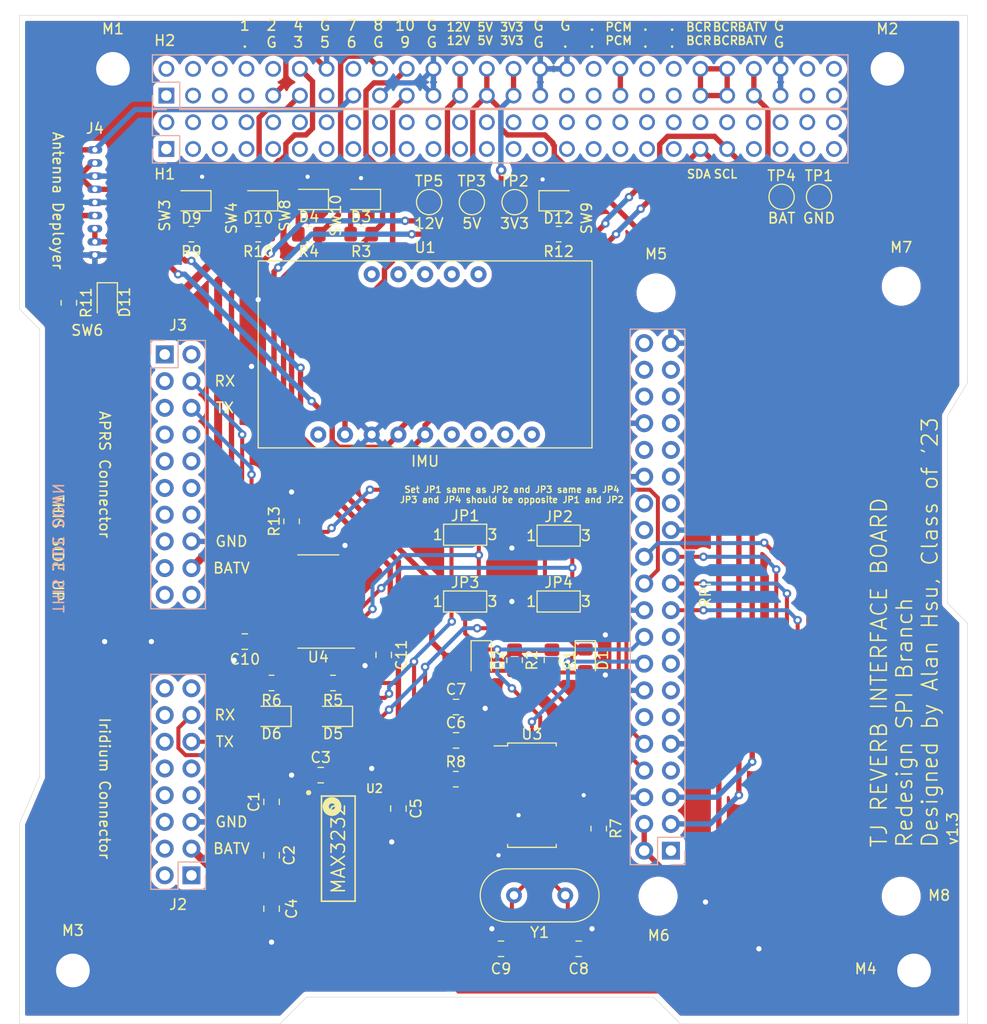
<source format=kicad_pcb>
(kicad_pcb (version 20171130) (host pcbnew "(5.1.9)-1")
  (layers (0 F.Cu signal) (31 B.Cu signal) (34 B.Paste user) (35 F.Paste user) (36 B.SilkS user) (37 F.SilkS user) (38 B.Mask user) (39 F.Mask user) (44 Edge.Cuts user))
  (net 0 "")
  (net 1 "Net-(C1-Pad2)")
  (net 2 "Net-(C1-Pad1)")
  (net 3 "Net-(C2-Pad2)")
  (net 4 "Net-(C2-Pad1)")
  (net 5 "Net-(C3-Pad2)")
  (net 6 GND)
  (net 7 "Net-(C4-Pad2)")
  (net 8 /SW8)
  (net 9 /EPSSCL)
  (net 10 /EPSSDA)
  (net 11 VBUS)
  (net 12 /BCR_OUT)
  (net 13 /PCM_IN)
  (net 14 +3V3)
  (net 15 +5V)
  (net 16 +12V)
  (net 17 /SW6)
  (net 18 /SW4)
  (net 19 /SW3)
  (net 20 /R1OUT)
  (net 21 /T1IN)
  (net 22 /R1IN)
  (net 23 /T1OUT)
  (net 24 /APRSTX)
  (net 25 /APRSRX)
  (net 26 "Net-(C8-Pad1)")
  (net 27 "Net-(D1-Pad2)")
  (net 28 "Net-(D2-Pad2)")
  (net 29 "Net-(D3-Pad2)")
  (net 30 "Net-(D4-Pad2)")
  (net 31 "Net-(D5-Pad2)")
  (net 32 "Net-(D6-Pad2)")
  (net 33 /SW9)
  (net 34 /HWRX)
  (net 35 /HWTX)
  (net 36 /SW10)
  (net 37 "Net-(C9-Pad1)")
  (net 38 /SPIUARTTX)
  (net 39 /SPIUARTRX)
  (net 40 /SPICE0)
  (net 41 /SPISCK)
  (net 42 /SPIMISO)
  (net 43 /SPIMOSI)
  (net 44 "Net-(R7-Pad2)")
  (net 45 "Net-(R8-Pad2)")
  (net 46 "Net-(D9-Pad2)")
  (net 47 "Net-(D10-Pad2)")
  (net 48 "Net-(D11-Pad2)")
  (net 49 "Net-(D12-Pad2)")
  (net 50 /OE)
  (net 51 /APRSTXSh)
  (net 52 /APRSRXSh)
  (module Package_SO:SOIC-14_3.9x8.7mm_P1.27mm (layer F.Cu) (at 135.255 108.585 180)
    (fp_text reference U4 (at 0 -5.28) (layer F.SilkS))
    (fp_text value TXB0104D)
    (pad 14 smd roundrect (at 2.475 -3.81 180) (size 1.95 0.6) (layers F.Cu F.Paste F.Mask) (net 15 +5V))
    (pad 13 smd roundrect (at 2.475 -2.54 180) (size 1.95 0.6) (layers F.Cu F.Paste F.Mask) (net 52 /APRSRXSh))
    (pad 12 smd roundrect (at 2.475 -1.27 180) (size 1.95 0.6) (layers F.Cu F.Paste F.Mask) (net 51 /APRSTXSh))
    (pad 11 smd roundrect (at 2.475 0 180) (size 1.95 0.6) (layers F.Cu F.Paste F.Mask))
    (pad 10 smd roundrect (at 2.475 1.27 180) (size 1.95 0.6) (layers F.Cu F.Paste F.Mask))
    (pad 9 smd roundrect (at 2.475 2.54 180) (size 1.95 0.6) (layers F.Cu F.Paste F.Mask))
    (pad 8 smd roundrect (at 2.475 3.81 180) (size 1.95 0.6) (layers F.Cu F.Paste F.Mask) (net 50 /OE))
    (pad 7 smd roundrect (at -2.475 3.81 180) (size 1.95 0.6) (layers F.Cu F.Paste F.Mask) (net 6 GND))
    (pad 6 smd roundrect (at -2.475 2.54 180) (size 1.95 0.6) (layers F.Cu F.Paste F.Mask))
    (pad 5 smd roundrect (at -2.475 1.27 180) (size 1.95 0.6) (layers F.Cu F.Paste F.Mask))
    (pad 4 smd roundrect (at -2.475 0 180) (size 1.95 0.6) (layers F.Cu F.Paste F.Mask))
    (pad 3 smd roundrect (at -2.475 -1.27 180) (size 1.95 0.6) (layers F.Cu F.Paste F.Mask) (net 24 /APRSTX))
    (pad 2 smd roundrect (at -2.475 -2.54 180) (size 1.95 0.6) (layers F.Cu F.Paste F.Mask) (net 25 /APRSRX))
    (pad 1 smd roundrect (at -2.475 -3.81 180) (size 1.95 0.6) (layers F.Cu F.Paste F.Mask) (net 14 +3V3))
  )
  (module Resistor_SMD:R_0805_2012Metric_Pad1.20x1.40mm_HandSolder (layer F.Cu) (at 132.715 100.965 90)
    (fp_text reference R13 (at 0 -1.65 90) (layer F.SilkS))
    (fp_text value 10K)
    (pad 2 smd roundrect (at 1 0 90) (size 1.2 1.4) (layers F.Cu F.Paste F.Mask) (roundrect_rratio 0.208333) (net 6 GND))
    (pad 1 smd roundrect (at -1 0 90) (size 1.2 1.4) (layers F.Cu F.Paste F.Mask) (roundrect_rratio 0.208333) (net 50 /OE))
  )
  (module Capacitor_SMD:C_0805_2012Metric_Pad1.18x1.45mm_HandSolder (layer F.Cu) (at 141.478 113.665 270)
    (fp_text reference C11 (at 0 -1.68 90) (layer F.SilkS))
    (fp_text value 0.1uF)
    (pad 2 smd roundrect (at 1.0375 0 270) (size 1.175 1.45) (layers F.Cu F.Paste F.Mask) (roundrect_rratio 0.212766) (net 6 GND))
    (pad 1 smd roundrect (at -1.0375 0 270) (size 1.175 1.45) (layers F.Cu F.Paste F.Mask) (roundrect_rratio 0.212766) (net 14 +3V3))
  )
  (module Capacitor_SMD:C_0805_2012Metric_Pad1.18x1.45mm_HandSolder (layer F.Cu) (at 128.27 112.395 180)
    (fp_text reference C10 (at 0 -1.68) (layer F.SilkS))
    (fp_text value 0.1uF)
    (pad 2 smd roundrect (at 1.0375 0 180) (size 1.175 1.45) (layers F.Cu F.Paste F.Mask) (roundrect_rratio 0.212766) (net 6 GND))
    (pad 1 smd roundrect (at -1.0375 0 180) (size 1.175 1.45) (layers F.Cu F.Paste F.Mask) (roundrect_rratio 0.212766) (net 15 +5V))
  )
  (module "REVERB Interface:Texas_Instruments-MAX3232ID-Level_A" (layer F.Cu) (at 137.16 132.08)
    (fp_text reference U2 (at 2.54 -5.715) (layer F.SilkS) (effects (font (size 0.800001 0.800001)) (justify left)))
    (fp_text value MAX3232 (at 0 0 90) (layer F.SilkS) (effects (font (size 1.27 1.27))))
    (pad 9 smd roundrect (at 2.824998 4.445 270) (size 0.650001 1.649999) (layers F.Cu F.Paste F.Mask) (roundrect_rratio 0.2999995385))
    (pad 10 smd roundrect (at 2.824998 3.175 270) (size 0.650001 1.649999) (layers F.Cu F.Paste F.Mask) (roundrect_rratio 0.2999995385))
    (pad 11 smd roundrect (at 2.824998 1.905 270) (size 0.650001 1.649999) (layers F.Cu F.Paste F.Mask) (roundrect_rratio 0.2999995385) (net 21 /T1IN))
    (pad 12 smd roundrect (at 2.824998 0.635 270) (size 0.650001 1.649999) (layers F.Cu F.Paste F.Mask) (roundrect_rratio 0.2999995385) (net 20 /R1OUT))
    (pad 13 smd roundrect (at 2.824998 -0.635 270) (size 0.650001 1.649999) (layers F.Cu F.Paste F.Mask) (roundrect_rratio 0.2999995385) (net 22 /R1IN))
    (pad 14 smd roundrect (at 2.824998 -1.905 270) (size 0.650001 1.649999) (layers F.Cu F.Paste F.Mask) (roundrect_rratio 0.2999995385) (net 23 /T1OUT))
    (pad 15 smd roundrect (at 2.824998 -3.175 270) (size 0.650001 1.649999) (layers F.Cu F.Paste F.Mask) (roundrect_rratio 0.2999995385) (net 6 GND))
    (pad 16 smd roundrect (at 2.824998 -4.445 270) (size 0.650001 1.649999) (layers F.Cu F.Paste F.Mask) (roundrect_rratio 0.2999995385) (net 8 /SW8))
    (pad 8 smd roundrect (at -2.825001 4.445 270) (size 0.650001 1.649999) (layers F.Cu F.Paste F.Mask) (roundrect_rratio 0.2999995385))
    (pad 7 smd roundrect (at -2.825001 3.175 270) (size 0.650001 1.649999) (layers F.Cu F.Paste F.Mask) (roundrect_rratio 0.2999995385))
    (pad 6 smd roundrect (at -2.825001 1.905 270) (size 0.650001 1.649999) (layers F.Cu F.Paste F.Mask) (roundrect_rratio 0.2999995385) (net 7 "Net-(C4-Pad2)"))
    (pad 5 smd roundrect (at -2.825001 0.635 270) (size 0.650001 1.649999) (layers F.Cu F.Paste F.Mask) (roundrect_rratio 0.2999995385) (net 3 "Net-(C2-Pad2)"))
    (pad 4 smd roundrect (at -2.825001 -0.635 270) (size 0.650001 1.649999) (layers F.Cu F.Paste F.Mask) (roundrect_rratio 0.2999995385) (net 4 "Net-(C2-Pad1)"))
    (pad 3 smd roundrect (at -2.825001 -1.905 270) (size 0.650001 1.649999) (layers F.Cu F.Paste F.Mask) (roundrect_rratio 0.2999995385) (net 2 "Net-(C1-Pad1)"))
    (pad 2 smd roundrect (at -2.825001 -3.175 270) (size 0.650001 1.649999) (layers F.Cu F.Paste F.Mask) (roundrect_rratio 0.2999995385) (net 5 "Net-(C3-Pad2)"))
    (pad 1 smd roundrect (at -2.825001 -4.445 270) (size 0.650001 1.649999) (layers F.Cu F.Paste F.Mask) (roundrect_rratio 0.2999995385) (net 1 "Net-(C1-Pad2)"))
  )
  (module Resistor_SMD:R_0805_2012Metric_Pad1.20x1.40mm_HandSolder (layer F.Cu) (at 158.115 73.66)
    (fp_text reference R12 (at 0 1.651) (layer F.SilkS))
    (fp_text value 1K)
    (pad 2 smd roundrect (at 1 0) (size 1.2 1.4) (layers F.Cu F.Paste F.Mask) (roundrect_rratio 0.2083325) (net 49 "Net-(D12-Pad2)"))
    (pad 1 smd roundrect (at -1 0) (size 1.2 1.4) (layers F.Cu F.Paste F.Mask) (roundrect_rratio 0.2083325) (net 33 /SW9))
  )
  (module Resistor_SMD:R_0805_2012Metric_Pad1.20x1.40mm_HandSolder (layer F.Cu) (at 111.53 80.183 270)
    (fp_text reference R11 (at 0 -1.65 90) (layer F.SilkS))
    (fp_text value 1K)
    (pad 2 smd roundrect (at 1 0 270) (size 1.2 1.4) (layers F.Cu F.Paste F.Mask) (roundrect_rratio 0.2083325) (net 48 "Net-(D11-Pad2)"))
    (pad 1 smd roundrect (at -1 0 270) (size 1.2 1.4) (layers F.Cu F.Paste F.Mask) (roundrect_rratio 0.2083325) (net 17 /SW6))
  )
  (module Resistor_SMD:R_0805_2012Metric_Pad1.20x1.40mm_HandSolder (layer F.Cu) (at 129.54 73.66 180)
    (fp_text reference R10 (at 0 -1.65) (layer F.SilkS))
    (fp_text value 5K)
    (pad 2 smd roundrect (at 1 0 180) (size 1.2 1.4) (layers F.Cu F.Paste F.Mask) (roundrect_rratio 0.2083325) (net 47 "Net-(D10-Pad2)"))
    (pad 1 smd roundrect (at -1 0 180) (size 1.2 1.4) (layers F.Cu F.Paste F.Mask) (roundrect_rratio 0.2083325) (net 18 /SW4))
  )
  (module Resistor_SMD:R_0805_2012Metric_Pad1.20x1.40mm_HandSolder (layer F.Cu) (at 123.19 73.66 180)
    (fp_text reference R9 (at 0 -1.65) (layer F.SilkS))
    (fp_text value 5K)
    (pad 2 smd roundrect (at 1 0 180) (size 1.2 1.4) (layers F.Cu F.Paste F.Mask) (roundrect_rratio 0.2083325) (net 46 "Net-(D9-Pad2)"))
    (pad 1 smd roundrect (at -1 0 180) (size 1.2 1.4) (layers F.Cu F.Paste F.Mask) (roundrect_rratio 0.2083325) (net 19 /SW3))
  )
  (module LED_SMD:LED_0805_2012Metric_Pad1.15x1.40mm_HandSolder (layer F.Cu) (at 158.115 70.485)
    (fp_text reference D12 (at 0 1.651) (layer F.SilkS))
    (fp_text value RED)
    (pad 2 smd roundrect (at 1.025 0) (size 1.15 1.4) (layers F.Cu F.Paste F.Mask) (roundrect_rratio 0.2173904347826087) (net 49 "Net-(D12-Pad2)"))
    (pad 1 smd roundrect (at -1.025 0) (size 1.15 1.4) (layers F.Cu F.Paste F.Mask) (roundrect_rratio 0.2173904347826087) (net 6 GND))
  )
  (module LED_SMD:LED_0805_2012Metric_Pad1.15x1.40mm_HandSolder (layer F.Cu) (at 115.189 80.137 270)
    (fp_text reference D11 (at 0 -1.65 90) (layer F.SilkS))
    (fp_text value RED)
    (pad 2 smd roundrect (at 1.025 0 270) (size 1.15 1.4) (layers F.Cu F.Paste F.Mask) (roundrect_rratio 0.2173904347826087) (net 48 "Net-(D11-Pad2)"))
    (pad 1 smd roundrect (at -1.025 0 270) (size 1.15 1.4) (layers F.Cu F.Paste F.Mask) (roundrect_rratio 0.2173904347826087) (net 6 GND))
  )
  (module LED_SMD:LED_0805_2012Metric_Pad1.15x1.40mm_HandSolder (layer F.Cu) (at 129.54 70.485 180)
    (fp_text reference D10 (at 0 -1.65) (layer F.SilkS))
    (fp_text value RED)
    (pad 2 smd roundrect (at 1.025 0 180) (size 1.15 1.4) (layers F.Cu F.Paste F.Mask) (roundrect_rratio 0.2173904347826087) (net 47 "Net-(D10-Pad2)"))
    (pad 1 smd roundrect (at -1.025 0 180) (size 1.15 1.4) (layers F.Cu F.Paste F.Mask) (roundrect_rratio 0.2173904347826087) (net 6 GND))
  )
  (module LED_SMD:LED_0805_2012Metric_Pad1.15x1.40mm_HandSolder (layer F.Cu) (at 123.19 70.485 180)
    (fp_text reference D9 (at 0 -1.65) (layer F.SilkS))
    (fp_text value RED)
    (pad 2 smd roundrect (at 1.025 0 180) (size 1.15 1.4) (layers F.Cu F.Paste F.Mask) (roundrect_rratio 0.2173904347826087) (net 46 "Net-(D9-Pad2)"))
    (pad 1 smd roundrect (at -1.025 0 180) (size 1.15 1.4) (layers F.Cu F.Paste F.Mask) (roundrect_rratio 0.2173904347826087) (net 6 GND))
  )
  (module Capacitor_SMD:C_0805_2012Metric_Pad1.18x1.45mm_HandSolder (layer F.Cu) (at 148.3575 118.618)
    (fp_text reference C7 (at 0 -1.68) (layer F.SilkS))
    (fp_text value 0.1uF)
    (pad 2 smd roundrect (at 1.0375 0) (size 1.175 1.45) (layers F.Cu F.Paste F.Mask) (roundrect_rratio 0.2127659574468085) (net 6 GND))
    (pad 1 smd roundrect (at -1.0375 0) (size 1.175 1.45) (layers F.Cu F.Paste F.Mask) (roundrect_rratio 0.2127659574468085) (net 36 /SW10))
  )
  (module Capacitor_SMD:C_0805_2012Metric_Pad1.18x1.45mm_HandSolder (layer F.Cu) (at 148.3575 121.793)
    (fp_text reference C6 (at 0 -1.68) (layer F.SilkS))
    (fp_text value 10uF)
    (pad 2 smd roundrect (at 1.0375 0) (size 1.175 1.45) (layers F.Cu F.Paste F.Mask) (roundrect_rratio 0.2127659574468085) (net 6 GND))
    (pad 1 smd roundrect (at -1.0375 0) (size 1.175 1.45) (layers F.Cu F.Paste F.Mask) (roundrect_rratio 0.2127659574468085) (net 36 /SW10))
  )
  (module Crystal:Crystal_HC49-U_Vertical (layer F.Cu) (at 158.75 136.525 180)
    (fp_text reference Y1 (at 2.44 -3.525) (layer F.SilkS))
    (fp_text value 1.8432MHz)
    (pad 2 thru_hole circle (at 4.88 0 180) (size 1.5 1.5) (drill 0.8) (layers *.Cu *.Mask) (net 37 "Net-(C9-Pad1)"))
    (pad 1 thru_hole circle (at 0 0 180) (size 1.5 1.5) (drill 0.8) (layers *.Cu *.Mask) (net 26 "Net-(C8-Pad1)"))
  )
  (module Package_SO:TSSOP-28_4.4x9.7mm_P0.65mm (layer F.Cu) (at 155.575 127)
    (fp_text reference U3 (at 0 -5.8) (layer F.SilkS))
    (fp_text value SC16IS752IPW)
    (pad 28 smd roundrect (at 2.8625 -4.225) (size 1.475 0.4) (layers F.Cu F.Paste F.Mask))
    (pad 27 smd roundrect (at 2.8625 -3.575) (size 1.475 0.4) (layers F.Cu F.Paste F.Mask))
    (pad 26 smd roundrect (at 2.8625 -2.925) (size 1.475 0.4) (layers F.Cu F.Paste F.Mask))
    (pad 25 smd roundrect (at 2.8625 -2.275) (size 1.475 0.4) (layers F.Cu F.Paste F.Mask))
    (pad 24 smd roundrect (at 2.8625 -1.625) (size 1.475 0.4) (layers F.Cu F.Paste F.Mask))
    (pad 23 smd roundrect (at 2.8625 -0.975) (size 1.475 0.4) (layers F.Cu F.Paste F.Mask))
    (pad 22 smd roundrect (at 2.8625 -0.325) (size 1.475 0.4) (layers F.Cu F.Paste F.Mask) (net 6 GND))
    (pad 21 smd roundrect (at 2.8625 0.325) (size 1.475 0.4) (layers F.Cu F.Paste F.Mask))
    (pad 20 smd roundrect (at 2.8625 0.975) (size 1.475 0.4) (layers F.Cu F.Paste F.Mask))
    (pad 19 smd roundrect (at 2.8625 1.625) (size 1.475 0.4) (layers F.Cu F.Paste F.Mask))
    (pad 18 smd roundrect (at 2.8625 2.275) (size 1.475 0.4) (layers F.Cu F.Paste F.Mask))
    (pad 17 smd roundrect (at 2.8625 2.925) (size 1.475 0.4) (layers F.Cu F.Paste F.Mask))
    (pad 16 smd roundrect (at 2.8625 3.575) (size 1.475 0.4) (layers F.Cu F.Paste F.Mask))
    (pad 15 smd roundrect (at 2.8625 4.225) (size 1.475 0.4) (layers F.Cu F.Paste F.Mask) (net 44 "Net-(R7-Pad2)"))
    (pad 14 smd roundrect (at -2.8625 4.225) (size 1.475 0.4) (layers F.Cu F.Paste F.Mask) (net 6 GND))
    (pad 13 smd roundrect (at -2.8625 3.575) (size 1.475 0.4) (layers F.Cu F.Paste F.Mask) (net 41 /SPISCK))
    (pad 12 smd roundrect (at -2.8625 2.925) (size 1.475 0.4) (layers F.Cu F.Paste F.Mask) (net 42 /SPIMISO))
    (pad 11 smd roundrect (at -2.8625 2.275) (size 1.475 0.4) (layers F.Cu F.Paste F.Mask) (net 43 /SPIMOSI))
    (pad 10 smd roundrect (at -2.8625 1.625) (size 1.475 0.4) (layers F.Cu F.Paste F.Mask) (net 40 /SPICE0))
    (pad 9 smd roundrect (at -2.8625 0.975) (size 1.475 0.4) (layers F.Cu F.Paste F.Mask) (net 6 GND))
    (pad 8 smd roundrect (at -2.8625 0.325) (size 1.475 0.4) (layers F.Cu F.Paste F.Mask) (net 36 /SW10))
    (pad 7 smd roundrect (at -2.8625 -0.325) (size 1.475 0.4) (layers F.Cu F.Paste F.Mask) (net 37 "Net-(C9-Pad1)"))
    (pad 6 smd roundrect (at -2.8625 -0.975) (size 1.475 0.4) (layers F.Cu F.Paste F.Mask) (net 26 "Net-(C8-Pad1)"))
    (pad 5 smd roundrect (at -2.8625 -1.625) (size 1.475 0.4) (layers F.Cu F.Paste F.Mask) (net 45 "Net-(R8-Pad2)"))
    (pad 4 smd roundrect (at -2.8625 -2.275) (size 1.475 0.4) (layers F.Cu F.Paste F.Mask) (net 39 /SPIUARTRX))
    (pad 3 smd roundrect (at -2.8625 -2.925) (size 1.475 0.4) (layers F.Cu F.Paste F.Mask) (net 38 /SPIUARTTX))
    (pad 2 smd roundrect (at -2.8625 -3.575) (size 1.475 0.4) (layers F.Cu F.Paste F.Mask) (net 6 GND))
    (pad 1 smd roundrect (at -2.8625 -4.225) (size 1.475 0.4) (layers F.Cu F.Paste F.Mask))
  )
  (module Resistor_SMD:R_0805_2012Metric_Pad1.20x1.40mm_HandSolder (layer F.Cu) (at 148.336 125.476)
    (fp_text reference R8 (at 0 -1.65) (layer F.SilkS))
    (fp_text value 1K)
    (pad 2 smd roundrect (at 1 0) (size 1.2 1.4) (layers F.Cu F.Paste F.Mask) (roundrect_rratio 0.2083325) (net 45 "Net-(R8-Pad2)"))
    (pad 1 smd roundrect (at -1 0) (size 1.2 1.4) (layers F.Cu F.Paste F.Mask) (roundrect_rratio 0.2083325) (net 36 /SW10))
  )
  (module Resistor_SMD:R_0805_2012Metric_Pad1.20x1.40mm_HandSolder (layer F.Cu) (at 161.925 130.175 270)
    (fp_text reference R7 (at 0 -1.65 90) (layer F.SilkS))
    (fp_text value 1K)
    (pad 2 smd roundrect (at 1 0 270) (size 1.2 1.4) (layers F.Cu F.Paste F.Mask) (roundrect_rratio 0.2083325) (net 44 "Net-(R7-Pad2)"))
    (pad 1 smd roundrect (at -1 0 270) (size 1.2 1.4) (layers F.Cu F.Paste F.Mask) (roundrect_rratio 0.2083325) (net 36 /SW10))
  )
  (module Capacitor_SMD:C_0805_2012Metric_Pad1.18x1.45mm_HandSolder (layer F.Cu) (at 152.6325 141.605 180)
    (fp_text reference C9 (at 0 -1.905) (layer F.SilkS))
    (fp_text value 33pF)
    (pad 2 smd roundrect (at 1.0375 0 180) (size 1.175 1.45) (layers F.Cu F.Paste F.Mask) (roundrect_rratio 0.2127659574468085) (net 6 GND))
    (pad 1 smd roundrect (at -1.0375 0 180) (size 1.175 1.45) (layers F.Cu F.Paste F.Mask) (roundrect_rratio 0.2127659574468085) (net 37 "Net-(C9-Pad1)"))
  )
  (module Capacitor_SMD:C_0805_2012Metric_Pad1.18x1.45mm_HandSolder (layer F.Cu) (at 160.02 141.605)
    (fp_text reference C8 (at 0 1.905) (layer F.SilkS))
    (fp_text value 22pF)
    (pad 2 smd roundrect (at 1.0375 0) (size 1.175 1.45) (layers F.Cu F.Paste F.Mask) (roundrect_rratio 0.2127659574468085) (net 6 GND))
    (pad 1 smd roundrect (at -1.0375 0) (size 1.175 1.45) (layers F.Cu F.Paste F.Mask) (roundrect_rratio 0.2127659574468085) (net 26 "Net-(C8-Pad1)"))
  )
  (module TestPoint:TestPoint_Pad_D2.0mm (layer F.Cu) (at 145.796 70.612)
    (fp_text reference TP5 (at 0 -1.998) (layer F.SilkS))
    (fp_text value 12V)
    (pad 1 smd circle (at 0 0) (size 2 2) (layers F.Cu F.Mask) (net 16 +12V))
  )
  (module TestPoint:TestPoint_Pad_D2.0mm (layer F.Cu) (at 179.324 70.104)
    (fp_text reference TP4 (at 0 -1.998) (layer F.SilkS))
    (fp_text value BAT)
    (pad 1 smd circle (at 0 0) (size 2 2) (layers F.Cu F.Mask) (net 11 VBUS))
  )
  (module TestPoint:TestPoint_Pad_D2.0mm (layer F.Cu) (at 149.86 70.612)
    (fp_text reference TP3 (at 0 -1.998) (layer F.SilkS))
    (fp_text value 5V)
    (pad 1 smd circle (at 0 0) (size 2 2) (layers F.Cu F.Mask) (net 15 +5V))
  )
  (module TestPoint:TestPoint_Pad_D2.0mm (layer F.Cu) (at 153.924 70.612)
    (fp_text reference TP2 (at 0 -1.998) (layer F.SilkS))
    (fp_text value 3V3)
    (pad 1 smd circle (at 0 0) (size 2 2) (layers F.Cu F.Mask) (net 14 +3V3))
  )
  (module TestPoint:TestPoint_Pad_D2.0mm (layer F.Cu) (at 182.88 70.104)
    (fp_text reference TP1 (at 0 -1.998) (layer F.SilkS))
    (fp_text value GND)
    (pad 1 smd circle (at 0 0) (size 2 2) (layers F.Cu F.Mask) (net 6 GND))
  )
  (module MountingHole:MountingHole_2.7mm_M2.5 (layer F.Cu) (at 190.701 136.609)
    (fp_text reference M8 (at 3.609 -0.084) (layer F.SilkS))
    (fp_text value PiMount)
    (pad 1 np_thru_hole circle (at 0 0) (size 2.7 2.7) (drill 2.7) (layers *.Cu *.Mask))
  )
  (module MountingHole:MountingHole_2.7mm_M2.5 (layer F.Cu) (at 190.701 78.609)
    (fp_text reference M7 (at 0 -3.7) (layer F.SilkS))
    (fp_text value PiMount)
    (pad 1 np_thru_hole circle (at 0 0) (size 2.7 2.7) (drill 2.7) (layers *.Cu *.Mask))
  )
  (module MountingHole:MountingHole_2.7mm_M2.5 (layer F.Cu) (at 167.574 136.609)
    (fp_text reference M6 (at 0.066 3.726) (layer F.SilkS))
    (fp_text value PiMount)
    (pad 1 np_thru_hole circle (at 0 0) (size 2.7 2.7) (drill 2.7) (layers *.Cu *.Mask))
  )
  (module MountingHole:MountingHole_2.7mm_M2.5 (layer F.Cu) (at 167.384 79.244)
    (fp_text reference M5 (at 0 -3.7) (layer F.SilkS))
    (fp_text value PiMount)
    (pad 1 np_thru_hole circle (at 0 0) (size 2.7 2.7) (drill 2.7) (layers *.Cu *.Mask))
  )
  (module Resistor_SMD:R_0805_2012Metric_Pad1.20x1.40mm_HandSolder (layer F.Cu) (at 130.81 116.332 180)
    (fp_text reference R6 (at 0 -1.65) (layer F.SilkS))
    (fp_text value 1K)
    (pad 2 smd roundrect (at 1 0 180) (size 1.2 1.4) (layers F.Cu F.Paste F.Mask) (roundrect_rratio 0.2083325) (net 32 "Net-(D6-Pad2)"))
    (pad 1 smd roundrect (at -1 0 180) (size 1.2 1.4) (layers F.Cu F.Paste F.Mask) (roundrect_rratio 0.2083325) (net 8 /SW8))
  )
  (module Resistor_SMD:R_0805_2012Metric_Pad1.20x1.40mm_HandSolder (layer F.Cu) (at 136.652 116.332 180)
    (fp_text reference R5 (at 0 -1.65) (layer F.SilkS))
    (fp_text value 1K)
    (pad 2 smd roundrect (at 1 0 180) (size 1.2 1.4) (layers F.Cu F.Paste F.Mask) (roundrect_rratio 0.2083325) (net 31 "Net-(D5-Pad2)"))
    (pad 1 smd roundrect (at -1 0 180) (size 1.2 1.4) (layers F.Cu F.Paste F.Mask) (roundrect_rratio 0.2083325) (net 8 /SW8))
  )
  (module Resistor_SMD:R_0805_2012Metric_Pad1.20x1.40mm_HandSolder (layer F.Cu) (at 134.35 73.66 180)
    (fp_text reference R4 (at 0 -1.65) (layer F.SilkS))
    (fp_text value 1K)
    (pad 2 smd roundrect (at 1 0 180) (size 1.2 1.4) (layers F.Cu F.Paste F.Mask) (roundrect_rratio 0.2083325) (net 30 "Net-(D4-Pad2)"))
    (pad 1 smd roundrect (at -1 0 180) (size 1.2 1.4) (layers F.Cu F.Paste F.Mask) (roundrect_rratio 0.2083325) (net 8 /SW8))
  )
  (module Resistor_SMD:R_0805_2012Metric_Pad1.20x1.40mm_HandSolder (layer F.Cu) (at 139.335 73.66 180)
    (fp_text reference R3 (at 0 -1.65) (layer F.SilkS))
    (fp_text value 1K)
    (pad 2 smd roundrect (at 1 0 180) (size 1.2 1.4) (layers F.Cu F.Paste F.Mask) (roundrect_rratio 0.2083325) (net 29 "Net-(D3-Pad2)"))
    (pad 1 smd roundrect (at -1 0 180) (size 1.2 1.4) (layers F.Cu F.Paste F.Mask) (roundrect_rratio 0.2083325) (net 36 /SW10))
  )
  (module Resistor_SMD:R_0805_2012Metric_Pad1.20x1.40mm_HandSolder (layer F.Cu) (at 153.924 114.173 270)
    (fp_text reference R2 (at 0 -1.65 90) (layer F.SilkS))
    (fp_text value 1K)
    (pad 2 smd roundrect (at 1 0 270) (size 1.2 1.4) (layers F.Cu F.Paste F.Mask) (roundrect_rratio 0.2083325) (net 28 "Net-(D2-Pad2)"))
    (pad 1 smd roundrect (at -1 0 270) (size 1.2 1.4) (layers F.Cu F.Paste F.Mask) (roundrect_rratio 0.2083325) (net 36 /SW10))
  )
  (module Resistor_SMD:R_0805_2012Metric_Pad1.20x1.40mm_HandSolder (layer F.Cu) (at 157.48 114.173 270)
    (fp_text reference R1 (at 0 -1.65 90) (layer F.SilkS))
    (fp_text value 1K)
    (pad 2 smd roundrect (at 1 0 270) (size 1.2 1.4) (layers F.Cu F.Paste F.Mask) (roundrect_rratio 0.2083325) (net 27 "Net-(D1-Pad2)"))
    (pad 1 smd roundrect (at -1 0 270) (size 1.2 1.4) (layers F.Cu F.Paste F.Mask) (roundrect_rratio 0.2083325) (net 36 /SW10))
  )
  (module Jumper:SolderJumper-3_P1.3mm_Open_Pad1.0x1.5mm_NumberLabels (layer F.Cu) (at 158.115 108.585)
    (fp_text reference JP4 (at 0 -1.8) (layer F.SilkS))
    (fp_text value SPIUARTTX)
    (fp_text user 1 (at -2.6 0) (layer F.SilkS))
    (fp_text user 3 (at 2.6 0) (layer F.SilkS))
    (pad 1 smd rect (at -1.3 0) (size 1 1.5) (layers F.Cu F.Mask) (net 21 /T1IN))
    (pad 2 smd rect (at 0 0) (size 1 1.5) (layers F.Cu F.Mask) (net 38 /SPIUARTTX))
    (pad 3 smd rect (at 1.3 0) (size 1 1.5) (layers F.Cu F.Mask) (net 24 /APRSTX))
  )
  (module Jumper:SolderJumper-3_P1.3mm_Open_Pad1.0x1.5mm_NumberLabels (layer F.Cu) (at 149.225 108.585)
    (fp_text reference JP3 (at 0 -1.8) (layer F.SilkS))
    (fp_text value SPIUARTRX)
    (fp_text user 1 (at -2.6 0) (layer F.SilkS))
    (fp_text user 3 (at 2.6 0) (layer F.SilkS))
    (pad 1 smd rect (at -1.3 0) (size 1 1.5) (layers F.Cu F.Mask) (net 20 /R1OUT))
    (pad 2 smd rect (at 0 0) (size 1 1.5) (layers F.Cu F.Mask) (net 39 /SPIUARTRX))
    (pad 3 smd rect (at 1.3 0) (size 1 1.5) (layers F.Cu F.Mask) (net 25 /APRSRX))
  )
  (module Jumper:SolderJumper-3_P1.3mm_Open_Pad1.0x1.5mm_NumberLabels (layer F.Cu) (at 158.115 102.32)
    (fp_text reference JP2 (at 0 -1.8) (layer F.SilkS))
    (fp_text value HWTX)
    (fp_text user 1 (at -2.6 0) (layer F.SilkS))
    (fp_text user 3 (at 2.6 0) (layer F.SilkS))
    (pad 1 smd rect (at -1.3 0) (size 1 1.5) (layers F.Cu F.Mask) (net 21 /T1IN))
    (pad 2 smd rect (at 0 0) (size 1 1.5) (layers F.Cu F.Mask) (net 35 /HWTX))
    (pad 3 smd rect (at 1.3 0) (size 1 1.5) (layers F.Cu F.Mask) (net 24 /APRSTX))
  )
  (module Jumper:SolderJumper-3_P1.3mm_Open_Pad1.0x1.5mm_NumberLabels (layer F.Cu) (at 149.225 102.235)
    (fp_text reference JP1 (at 0 -1.8) (layer F.SilkS))
    (fp_text value HWRX)
    (fp_text user 1 (at -2.6 0) (layer F.SilkS))
    (fp_text user 3 (at 2.6 0) (layer F.SilkS))
    (pad 1 smd rect (at -1.3 0) (size 1 1.5) (layers F.Cu F.Mask) (net 20 /R1OUT))
    (pad 2 smd rect (at 0 0) (size 1 1.5) (layers F.Cu F.Mask) (net 34 /HWRX))
    (pad 3 smd rect (at 1.3 0) (size 1 1.5) (layers F.Cu F.Mask) (net 25 /APRSRX))
  )
  (module "REVERB Interface:LSM9DS1BOB" (layer F.Cu) (at 145.415 85.09)
    (fp_text reference U1 (at 0 -10.16) (layer F.SilkS))
    (fp_text value LSM9DS1BOB)
    (pad 14 thru_hole circle (at -10.16 7.62) (size 1.524 1.524) (drill 0.762) (layers *.Cu *.Mask))
    (pad 13 thru_hole circle (at -7.62 7.62) (size 1.524 1.524) (drill 0.762) (layers *.Cu *.Mask) (net 33 /SW9))
    (pad 12 thru_hole circle (at -5.08 7.62) (size 1.524 1.524) (drill 0.762) (layers *.Cu *.Mask) (net 6 GND))
    (pad 11 thru_hole circle (at -2.54 7.62) (size 1.524 1.524) (drill 0.762) (layers *.Cu *.Mask) (net 9 /EPSSCL))
    (pad 10 thru_hole circle (at 0 7.62) (size 1.524 1.524) (drill 0.762) (layers *.Cu *.Mask) (net 10 /EPSSDA))
    (pad 9 thru_hole circle (at 2.54 7.62) (size 1.524 1.524) (drill 0.762) (layers *.Cu *.Mask))
    (pad 8 thru_hole circle (at 5.08 7.62) (size 1.524 1.524) (drill 0.762) (layers *.Cu *.Mask))
    (pad 7 thru_hole circle (at 7.62 7.62) (size 1.524 1.524) (drill 0.762) (layers *.Cu *.Mask))
    (pad 6 thru_hole circle (at 10.16 7.62) (size 1.524 1.524) (drill 0.762) (layers *.Cu *.Mask))
    (pad 1 thru_hole circle (at -5.08 -7.62) (size 1.524 1.524) (drill 0.762) (layers *.Cu *.Mask))
    (pad 5 thru_hole circle (at 5.08 -7.62) (size 1.524 1.524) (drill 0.762) (layers *.Cu *.Mask))
    (pad 4 thru_hole circle (at 2.54 -7.62) (size 1.524 1.524) (drill 0.762) (layers *.Cu *.Mask))
    (pad 3 thru_hole circle (at 0 -7.62) (size 1.524 1.524) (drill 0.762) (layers *.Cu *.Mask))
    (pad 2 thru_hole circle (at -2.54 -7.62) (size 1.524 1.524) (drill 0.762) (layers *.Cu *.Mask))
  )
  (module LED_SMD:LED_0805_2012Metric_Pad1.15x1.40mm_HandSolder (layer F.Cu) (at 130.81 119.507 180)
    (fp_text reference D6 (at 0 -1.65) (layer F.SilkS))
    (fp_text value GREEN)
    (pad 2 smd roundrect (at 1.025 0 180) (size 1.15 1.4) (layers F.Cu F.Paste F.Mask) (roundrect_rratio 0.2173904347826087) (net 32 "Net-(D6-Pad2)"))
    (pad 1 smd roundrect (at -1.025 0 180) (size 1.15 1.4) (layers F.Cu F.Paste F.Mask) (roundrect_rratio 0.2173904347826087) (net 20 /R1OUT))
  )
  (module LED_SMD:LED_0805_2012Metric_Pad1.15x1.40mm_HandSolder (layer F.Cu) (at 136.652 119.507 180)
    (fp_text reference D5 (at 0 -1.65) (layer F.SilkS))
    (fp_text value RED)
    (pad 2 smd roundrect (at 1.025 0 180) (size 1.15 1.4) (layers F.Cu F.Paste F.Mask) (roundrect_rratio 0.2173904347826087) (net 31 "Net-(D5-Pad2)"))
    (pad 1 smd roundrect (at -1.025 0 180) (size 1.15 1.4) (layers F.Cu F.Paste F.Mask) (roundrect_rratio 0.2173904347826087) (net 21 /T1IN))
  )
  (module LED_SMD:LED_0805_2012Metric_Pad1.15x1.40mm_HandSolder (layer F.Cu) (at 134.366 70.358 180)
    (fp_text reference D4 (at 0 -1.65) (layer F.SilkS))
    (fp_text value RED)
    (pad 2 smd roundrect (at 1.025 0 180) (size 1.15 1.4) (layers F.Cu F.Paste F.Mask) (roundrect_rratio 0.2173904347826087) (net 30 "Net-(D4-Pad2)"))
    (pad 1 smd roundrect (at -1.025 0 180) (size 1.15 1.4) (layers F.Cu F.Paste F.Mask) (roundrect_rratio 0.2173904347826087) (net 6 GND))
  )
  (module LED_SMD:LED_0805_2012Metric_Pad1.15x1.40mm_HandSolder (layer F.Cu) (at 139.319 70.358 180)
    (fp_text reference D3 (at 0 -1.65) (layer F.SilkS))
    (fp_text value RED)
    (pad 2 smd roundrect (at 1.025 0 180) (size 1.15 1.4) (layers F.Cu F.Paste F.Mask) (roundrect_rratio 0.2173904347826087) (net 29 "Net-(D3-Pad2)"))
    (pad 1 smd roundrect (at -1.025 0 180) (size 1.15 1.4) (layers F.Cu F.Paste F.Mask) (roundrect_rratio 0.2173904347826087) (net 6 GND))
  )
  (module LED_SMD:LED_0805_2012Metric_Pad1.15x1.40mm_HandSolder (layer F.Cu) (at 150.749 114.173 270)
    (fp_text reference D2 (at 0 -1.65 90) (layer F.SilkS))
    (fp_text value GREEN)
    (pad 2 smd roundrect (at 1.025 0 270) (size 1.15 1.4) (layers F.Cu F.Paste F.Mask) (roundrect_rratio 0.2173904347826087) (net 28 "Net-(D2-Pad2)"))
    (pad 1 smd roundrect (at -1.025 0 270) (size 1.15 1.4) (layers F.Cu F.Paste F.Mask) (roundrect_rratio 0.2173904347826087) (net 39 /SPIUARTRX))
  )
  (module LED_SMD:LED_0805_2012Metric_Pad1.15x1.40mm_HandSolder (layer F.Cu) (at 160.655 114.173 270)
    (fp_text reference D1 (at 0 -1.65 90) (layer F.SilkS))
    (fp_text value RED)
    (pad 2 smd roundrect (at 1.025 0 270) (size 1.15 1.4) (layers F.Cu F.Paste F.Mask) (roundrect_rratio 0.2173904347826087) (net 27 "Net-(D1-Pad2)"))
    (pad 1 smd roundrect (at -1.025 0 270) (size 1.15 1.4) (layers F.Cu F.Paste F.Mask) (roundrect_rratio 0.2173904347826087) (net 38 /SPIUARTTX))
  )
  (module MountingHole:MountingHole_3.2mm_M3_DIN965_Pad_TopBottom (layer F.Cu) (at 191.926 143.664)
    (fp_text reference M4 (at -4.601 -0.154) (layer F.SilkS))
    (fp_text value MountingHole_Pad)
    (pad 1 connect circle (at 0 0) (size 5.6 5.6) (layers B.Cu B.Mask) (net 6 GND))
    (pad 1 connect circle (at 0 0) (size 5.6 5.6) (layers F.Cu F.Mask) (net 6 GND))
    (pad 1 thru_hole circle (at 0 0) (size 3.6 3.6) (drill 3.2) (layers *.Cu *.Mask) (net 6 GND))
  )
  (module MountingHole:MountingHole_3.2mm_M3_DIN965_Pad_TopBottom (layer F.Cu) (at 111.916 143.664)
    (fp_text reference M3 (at 0 -3.8) (layer F.SilkS))
    (fp_text value MountingHole_Pad)
    (pad 1 connect circle (at 0 0) (size 5.6 5.6) (layers B.Cu B.Mask) (net 6 GND))
    (pad 1 connect circle (at 0 0) (size 5.6 5.6) (layers F.Cu F.Mask) (net 6 GND))
    (pad 1 thru_hole circle (at 0 0) (size 3.6 3.6) (drill 3.2) (layers *.Cu *.Mask) (net 6 GND))
  )
  (module MountingHole:MountingHole_3.2mm_M3_DIN965_Pad_TopBottom (layer F.Cu) (at 189.386 57.939)
    (fp_text reference M2 (at 0 -3.8) (layer F.SilkS))
    (fp_text value MountingHole_Pad)
    (pad 1 connect circle (at 0 0) (size 5.6 5.6) (layers B.Cu B.Mask) (net 6 GND))
    (pad 1 connect circle (at 0 0) (size 5.6 5.6) (layers F.Cu F.Mask) (net 6 GND))
    (pad 1 thru_hole circle (at 0 0) (size 3.6 3.6) (drill 3.2) (layers *.Cu *.Mask) (net 6 GND))
  )
  (module MountingHole:MountingHole_3.2mm_M3_DIN965_Pad_TopBottom (layer F.Cu) (at 115.726 57.939)
    (fp_text reference M1 (at 0 -3.8) (layer F.SilkS))
    (fp_text value MountingHole_Pad)
    (pad 1 connect circle (at 0 0) (size 5.6 5.6) (layers B.Cu B.Mask) (net 6 GND))
    (pad 1 connect circle (at 0 0) (size 5.6 5.6) (layers F.Cu F.Mask) (net 6 GND))
    (pad 1 thru_hole circle (at 0 0) (size 3.6 3.6) (drill 3.2) (layers *.Cu *.Mask) (net 6 GND))
  )
  (module "REVERB Interface:1.25mmPitchHeader" (layer F.Cu) (at 114.006 65.639)
    (fp_text reference J4 (at 0 -2.04) (layer F.SilkS))
    (fp_text value Antenna)
    (pad 9 thru_hole oval (at 0 10) (size 1.4 0.7) (drill 0.5) (layers *.Cu *.Mask) (net 6 GND))
    (pad 8 thru_hole oval (at 0 8.75) (size 1.4 0.7) (drill 0.5) (layers *.Cu *.Mask) (net 9 /EPSSCL))
    (pad 7 thru_hole oval (at 0 7.5) (size 1.4 0.7) (drill 0.5) (layers *.Cu *.Mask) (net 9 /EPSSCL))
    (pad 6 thru_hole oval (at 0 6.25) (size 1.4 0.7) (drill 0.5) (layers *.Cu *.Mask) (net 17 /SW6))
    (pad 5 thru_hole oval (at 0 5) (size 1.4 0.7) (drill 0.5) (layers *.Cu *.Mask) (net 6 GND))
    (pad 4 thru_hole oval (at 0 3.75) (size 1.4 0.7) (drill 0.5) (layers *.Cu *.Mask) (net 10 /EPSSDA))
    (pad 3 thru_hole oval (at 0 2.5) (size 1.4 0.7) (drill 0.5) (layers *.Cu *.Mask) (net 6 GND))
    (pad 2 thru_hole oval (at 0 1.25) (size 1.4 0.7) (drill 0.5) (layers *.Cu *.Mask) (net 10 /EPSSDA))
    (pad 1 thru_hole oval (at 0 0) (size 1.4 0.7) (drill 0.5) (layers *.Cu *.Mask) (net 17 /SW6))
  )
  (module Connector_PinSocket_2.54mm:PinSocket_2x10_P2.54mm_Vertical (layer B.Cu) (at 120.65 85.09 180)
    (fp_text reference J3 (at -1.27 2.77) (layer F.SilkS))
    (fp_text value APRS)
    (pad 20 thru_hole oval (at -2.54 -22.86 180) (size 1.7 1.7) (drill 1) (layers *.Cu *.Mask))
    (pad 19 thru_hole oval (at 0 -22.86 180) (size 1.7 1.7) (drill 1) (layers *.Cu *.Mask))
    (pad 18 thru_hole oval (at -2.54 -20.32 180) (size 1.7 1.7) (drill 1) (layers *.Cu *.Mask) (net 18 /SW4))
    (pad 17 thru_hole oval (at 0 -20.32 180) (size 1.7 1.7) (drill 1) (layers *.Cu *.Mask))
    (pad 16 thru_hole oval (at -2.54 -17.78 180) (size 1.7 1.7) (drill 1) (layers *.Cu *.Mask) (net 6 GND))
    (pad 15 thru_hole oval (at 0 -17.78 180) (size 1.7 1.7) (drill 1) (layers *.Cu *.Mask))
    (pad 14 thru_hole oval (at -2.54 -15.24 180) (size 1.7 1.7) (drill 1) (layers *.Cu *.Mask))
    (pad 13 thru_hole oval (at 0 -15.24 180) (size 1.7 1.7) (drill 1) (layers *.Cu *.Mask))
    (pad 12 thru_hole oval (at -2.54 -12.7 180) (size 1.7 1.7) (drill 1) (layers *.Cu *.Mask))
    (pad 11 thru_hole oval (at 0 -12.7 180) (size 1.7 1.7) (drill 1) (layers *.Cu *.Mask))
    (pad 10 thru_hole oval (at -2.54 -10.16 180) (size 1.7 1.7) (drill 1) (layers *.Cu *.Mask))
    (pad 9 thru_hole oval (at 0 -10.16 180) (size 1.7 1.7) (drill 1) (layers *.Cu *.Mask))
    (pad 8 thru_hole oval (at -2.54 -7.62 180) (size 1.7 1.7) (drill 1) (layers *.Cu *.Mask))
    (pad 7 thru_hole oval (at 0 -7.62 180) (size 1.7 1.7) (drill 1) (layers *.Cu *.Mask))
    (pad 6 thru_hole oval (at -2.54 -5.08 180) (size 1.7 1.7) (drill 1) (layers *.Cu *.Mask) (net 51 /APRSTXSh))
    (pad 5 thru_hole oval (at 0 -5.08 180) (size 1.7 1.7) (drill 1) (layers *.Cu *.Mask))
    (pad 4 thru_hole oval (at -2.54 -2.54 180) (size 1.7 1.7) (drill 1) (layers *.Cu *.Mask) (net 52 /APRSRXSh))
    (pad 3 thru_hole oval (at 0 -2.54 180) (size 1.7 1.7) (drill 1) (layers *.Cu *.Mask))
    (pad 2 thru_hole oval (at -2.54 0 180) (size 1.7 1.7) (drill 1) (layers *.Cu *.Mask))
    (pad 1 thru_hole rect (at 0 0 180) (size 1.7 1.7) (drill 1) (layers *.Cu *.Mask))
  )
  (module Connector_PinSocket_2.54mm:PinSocket_2x08_P2.54mm_Vertical (layer B.Cu) (at 123.19 134.62)
    (fp_text reference J2 (at -1.27 2.77) (layer F.SilkS))
    (fp_text value Iridium)
    (pad 16 thru_hole oval (at -2.54 -17.78) (size 1.7 1.7) (drill 1) (layers *.Cu *.Mask))
    (pad 15 thru_hole oval (at 0 -17.78) (size 1.7 1.7) (drill 1) (layers *.Cu *.Mask))
    (pad 14 thru_hole oval (at -2.54 -15.24) (size 1.7 1.7) (drill 1) (layers *.Cu *.Mask))
    (pad 13 thru_hole oval (at 0 -15.24) (size 1.7 1.7) (drill 1) (layers *.Cu *.Mask) (net 22 /R1IN))
    (pad 12 thru_hole oval (at -2.54 -12.7) (size 1.7 1.7) (drill 1) (layers *.Cu *.Mask))
    (pad 11 thru_hole oval (at 0 -12.7) (size 1.7 1.7) (drill 1) (layers *.Cu *.Mask) (net 23 /T1OUT))
    (pad 10 thru_hole oval (at -2.54 -10.16) (size 1.7 1.7) (drill 1) (layers *.Cu *.Mask))
    (pad 9 thru_hole oval (at 0 -10.16) (size 1.7 1.7) (drill 1) (layers *.Cu *.Mask))
    (pad 8 thru_hole oval (at -2.54 -7.62) (size 1.7 1.7) (drill 1) (layers *.Cu *.Mask))
    (pad 7 thru_hole oval (at 0 -7.62) (size 1.7 1.7) (drill 1) (layers *.Cu *.Mask))
    (pad 6 thru_hole oval (at -2.54 -5.08) (size 1.7 1.7) (drill 1) (layers *.Cu *.Mask))
    (pad 5 thru_hole oval (at 0 -5.08) (size 1.7 1.7) (drill 1) (layers *.Cu *.Mask) (net 6 GND))
    (pad 4 thru_hole oval (at -2.54 -2.54) (size 1.7 1.7) (drill 1) (layers *.Cu *.Mask))
    (pad 3 thru_hole oval (at 0 -2.54) (size 1.7 1.7) (drill 1) (layers *.Cu *.Mask) (net 19 /SW3))
    (pad 2 thru_hole oval (at -2.54 0) (size 1.7 1.7) (drill 1) (layers *.Cu *.Mask))
    (pad 1 thru_hole rect (at 0 0) (size 1.7 1.7) (drill 1) (layers *.Cu *.Mask))
  )
  (module Connector_PinSocket_2.54mm:PinSocket_2x20_P2.54mm_Vertical (layer B.Cu) (at 168.796 132.274)
    (fp_text reference J1)
    (fp_text value RPiZeroW)
    (pad 40 thru_hole oval (at -2.54 -48.26) (size 1.7 1.7) (drill 1) (layers *.Cu *.Mask))
    (pad 39 thru_hole oval (at 0 -48.26) (size 1.7 1.7) (drill 1) (layers *.Cu *.Mask) (net 6 GND))
    (pad 38 thru_hole oval (at -2.54 -45.72) (size 1.7 1.7) (drill 1) (layers *.Cu *.Mask))
    (pad 37 thru_hole oval (at 0 -45.72) (size 1.7 1.7) (drill 1) (layers *.Cu *.Mask))
    (pad 36 thru_hole oval (at -2.54 -43.18) (size 1.7 1.7) (drill 1) (layers *.Cu *.Mask))
    (pad 35 thru_hole oval (at 0 -43.18) (size 1.7 1.7) (drill 1) (layers *.Cu *.Mask))
    (pad 34 thru_hole oval (at -2.54 -40.64) (size 1.7 1.7) (drill 1) (layers *.Cu *.Mask) (net 6 GND))
    (pad 33 thru_hole oval (at 0 -40.64) (size 1.7 1.7) (drill 1) (layers *.Cu *.Mask))
    (pad 32 thru_hole oval (at -2.54 -38.1) (size 1.7 1.7) (drill 1) (layers *.Cu *.Mask))
    (pad 31 thru_hole oval (at 0 -38.1) (size 1.7 1.7) (drill 1) (layers *.Cu *.Mask))
    (pad 30 thru_hole oval (at -2.54 -35.56) (size 1.7 1.7) (drill 1) (layers *.Cu *.Mask) (net 6 GND))
    (pad 29 thru_hole oval (at 0 -35.56) (size 1.7 1.7) (drill 1) (layers *.Cu *.Mask))
    (pad 28 thru_hole oval (at -2.54 -33.02) (size 1.7 1.7) (drill 1) (layers *.Cu *.Mask))
    (pad 27 thru_hole oval (at 0 -33.02) (size 1.7 1.7) (drill 1) (layers *.Cu *.Mask))
    (pad 26 thru_hole oval (at -2.54 -30.48) (size 1.7 1.7) (drill 1) (layers *.Cu *.Mask))
    (pad 25 thru_hole oval (at 0 -30.48) (size 1.7 1.7) (drill 1) (layers *.Cu *.Mask) (net 6 GND))
    (pad 24 thru_hole oval (at -2.54 -27.94) (size 1.7 1.7) (drill 1) (layers *.Cu *.Mask) (net 40 /SPICE0))
    (pad 23 thru_hole oval (at 0 -27.94) (size 1.7 1.7) (drill 1) (layers *.Cu *.Mask) (net 41 /SPISCK))
    (pad 22 thru_hole oval (at -2.54 -25.4) (size 1.7 1.7) (drill 1) (layers *.Cu *.Mask) (net 50 /OE))
    (pad 21 thru_hole oval (at 0 -25.4) (size 1.7 1.7) (drill 1) (layers *.Cu *.Mask) (net 42 /SPIMISO))
    (pad 20 thru_hole oval (at -2.54 -22.86) (size 1.7 1.7) (drill 1) (layers *.Cu *.Mask) (net 6 GND))
    (pad 19 thru_hole oval (at 0 -22.86) (size 1.7 1.7) (drill 1) (layers *.Cu *.Mask) (net 43 /SPIMOSI))
    (pad 18 thru_hole oval (at -2.54 -20.32) (size 1.7 1.7) (drill 1) (layers *.Cu *.Mask) (net 39 /SPIUARTRX))
    (pad 17 thru_hole oval (at 0 -20.32) (size 1.7 1.7) (drill 1) (layers *.Cu *.Mask))
    (pad 16 thru_hole oval (at -2.54 -17.78) (size 1.7 1.7) (drill 1) (layers *.Cu *.Mask) (net 38 /SPIUARTTX))
    (pad 15 thru_hole oval (at 0 -17.78) (size 1.7 1.7) (drill 1) (layers *.Cu *.Mask))
    (pad 14 thru_hole oval (at -2.54 -15.24) (size 1.7 1.7) (drill 1) (layers *.Cu *.Mask) (net 6 GND))
    (pad 13 thru_hole oval (at 0 -15.24) (size 1.7 1.7) (drill 1) (layers *.Cu *.Mask))
    (pad 12 thru_hole oval (at -2.54 -12.7) (size 1.7 1.7) (drill 1) (layers *.Cu *.Mask))
    (pad 11 thru_hole oval (at 0 -12.7) (size 1.7 1.7) (drill 1) (layers *.Cu *.Mask))
    (pad 10 thru_hole oval (at -2.54 -10.16) (size 1.7 1.7) (drill 1) (layers *.Cu *.Mask) (net 34 /HWRX))
    (pad 9 thru_hole oval (at 0 -10.16) (size 1.7 1.7) (drill 1) (layers *.Cu *.Mask) (net 6 GND))
    (pad 8 thru_hole oval (at -2.54 -7.62) (size 1.7 1.7) (drill 1) (layers *.Cu *.Mask) (net 35 /HWTX))
    (pad 7 thru_hole oval (at 0 -7.62) (size 1.7 1.7) (drill 1) (layers *.Cu *.Mask))
    (pad 6 thru_hole oval (at -2.54 -5.08) (size 1.7 1.7) (drill 1) (layers *.Cu *.Mask) (net 6 GND))
    (pad 5 thru_hole oval (at 0 -5.08) (size 1.7 1.7) (drill 1) (layers *.Cu *.Mask) (net 9 /EPSSCL))
    (pad 4 thru_hole oval (at -2.54 -2.54) (size 1.7 1.7) (drill 1) (layers *.Cu *.Mask) (net 15 +5V))
    (pad 3 thru_hole oval (at 0 -2.54) (size 1.7 1.7) (drill 1) (layers *.Cu *.Mask) (net 10 /EPSSDA))
    (pad 2 thru_hole oval (at -2.54 0) (size 1.7 1.7) (drill 1) (layers *.Cu *.Mask) (net 15 +5V))
    (pad 1 thru_hole rect (at 0 0) (size 1.7 1.7) (drill 1) (layers *.Cu *.Mask))
  )
  (module "REVERB Interface:PinSocket_2x26_P2.54mm_Vertical" (layer B.Cu) (at 120.806 60.479 270)
    (fp_text reference H2 (at -5.234 0.156) (layer F.SilkS))
    (fp_text value "EPS Stack Header 1")
    (pad 52 thru_hole oval (at -2.54 -63.5 270) (size 1.5 1.5) (drill 1) (layers *.Cu *.Mask))
    (pad 51 thru_hole oval (at 0 -63.5 270) (size 1.5 1.5) (drill 1) (layers *.Cu *.Mask))
    (pad 50 thru_hole oval (at -2.54 -60.96 270) (size 1.5 1.5) (drill 1) (layers *.Cu *.Mask))
    (pad 49 thru_hole oval (at 0 -60.96 270) (size 1.5 1.5) (drill 1) (layers *.Cu *.Mask))
    (pad 48 thru_hole oval (at -2.54 -58.42 270) (size 1.5 1.5) (drill 1) (layers *.Cu *.Mask) (net 6 GND))
    (pad 47 thru_hole oval (at 0 -58.42 270) (size 1.5 1.5) (drill 1) (layers *.Cu *.Mask) (net 6 GND))
    (pad 46 thru_hole oval (at -2.54 -55.88 270) (size 1.5 1.5) (drill 1) (layers *.Cu *.Mask) (net 11 VBUS))
    (pad 45 thru_hole oval (at 0 -55.88 270) (size 1.5 1.5) (drill 1) (layers *.Cu *.Mask) (net 11 VBUS))
    (pad 44 thru_hole oval (at -2.54 -53.34 270) (size 1.5 1.5) (drill 1) (layers *.Cu *.Mask) (net 12 /BCR_OUT))
    (pad 43 thru_hole oval (at 0 -53.34 270) (size 1.5 1.5) (drill 1) (layers *.Cu *.Mask) (net 12 /BCR_OUT))
    (pad 42 thru_hole oval (at -2.54 -50.8 270) (size 1.5 1.5) (drill 1) (layers *.Cu *.Mask) (net 12 /BCR_OUT))
    (pad 41 thru_hole oval (at 0 -50.8 270) (size 1.5 1.5) (drill 1) (layers *.Cu *.Mask) (net 12 /BCR_OUT))
    (pad 40 thru_hole oval (at -2.54 -48.26 270) (size 1.5 1.5) (drill 1) (layers *.Cu *.Mask))
    (pad 39 thru_hole oval (at 0 -48.26 270) (size 1.5 1.5) (drill 1) (layers *.Cu *.Mask))
    (pad 38 thru_hole oval (at -2.54 -45.72 270) (size 1.5 1.5) (drill 1) (layers *.Cu *.Mask))
    (pad 37 thru_hole oval (at 0 -45.72 270) (size 1.5 1.5) (drill 1) (layers *.Cu *.Mask))
    (pad 36 thru_hole oval (at -2.54 -43.18 270) (size 1.5 1.5) (drill 1) (layers *.Cu *.Mask) (net 13 /PCM_IN))
    (pad 35 thru_hole oval (at 0 -43.18 270) (size 1.5 1.5) (drill 1) (layers *.Cu *.Mask) (net 13 /PCM_IN))
    (pad 34 thru_hole oval (at -2.54 -40.64 270) (size 1.5 1.5) (drill 1) (layers *.Cu *.Mask))
    (pad 33 thru_hole oval (at 0 -40.64 270) (size 1.5 1.5) (drill 1) (layers *.Cu *.Mask))
    (pad 32 thru_hole oval (at -2.54 -38.1 270) (size 1.5 1.5) (drill 1) (layers *.Cu *.Mask) (net 6 GND))
    (pad 31 thru_hole oval (at 0 -38.1 270) (size 1.5 1.5) (drill 1) (layers *.Cu *.Mask))
    (pad 30 thru_hole oval (at -2.54 -35.56 270) (size 1.5 1.5) (drill 1) (layers *.Cu *.Mask) (net 6 GND))
    (pad 29 thru_hole oval (at 0 -35.56 270) (size 1.5 1.5) (drill 1) (layers *.Cu *.Mask) (net 6 GND))
    (pad 28 thru_hole oval (at -2.54 -33.02 270) (size 1.5 1.5) (drill 1) (layers *.Cu *.Mask) (net 14 +3V3))
    (pad 27 thru_hole oval (at 0 -33.02 270) (size 1.5 1.5) (drill 1) (layers *.Cu *.Mask) (net 14 +3V3))
    (pad 26 thru_hole oval (at -2.54 -30.48 270) (size 1.5 1.5) (drill 1) (layers *.Cu *.Mask) (net 15 +5V))
    (pad 25 thru_hole oval (at 0 -30.48 270) (size 1.5 1.5) (drill 1) (layers *.Cu *.Mask) (net 15 +5V))
    (pad 24 thru_hole oval (at -2.54 -27.94 270) (size 1.5 1.5) (drill 1) (layers *.Cu *.Mask) (net 16 +12V))
    (pad 23 thru_hole oval (at 0 -27.94 270) (size 1.5 1.5) (drill 1) (layers *.Cu *.Mask) (net 16 +12V))
    (pad 22 thru_hole oval (at -2.54 -25.4 270) (size 1.5 1.5) (drill 1) (layers *.Cu *.Mask) (net 6 GND))
    (pad 21 thru_hole oval (at 0 -25.4 270) (size 1.5 1.5) (drill 1) (layers *.Cu *.Mask) (net 6 GND))
    (pad 20 thru_hole oval (at -2.54 -22.86 270) (size 1.5 1.5) (drill 1) (layers *.Cu *.Mask) (net 36 /SW10))
    (pad 19 thru_hole oval (at 0 -22.86 270) (size 1.5 1.5) (drill 1) (layers *.Cu *.Mask) (net 33 /SW9))
    (pad 18 thru_hole oval (at -2.54 -20.32 270) (size 1.5 1.5) (drill 1) (layers *.Cu *.Mask) (net 8 /SW8))
    (pad 17 thru_hole oval (at 0 -20.32 270) (size 1.5 1.5) (drill 1) (layers *.Cu *.Mask) (net 6 GND))
    (pad 16 thru_hole oval (at -2.54 -17.78 270) (size 1.5 1.5) (drill 1) (layers *.Cu *.Mask))
    (pad 15 thru_hole oval (at 0 -17.78 270) (size 1.5 1.5) (drill 1) (layers *.Cu *.Mask) (net 17 /SW6))
    (pad 14 thru_hole oval (at -2.54 -15.24 270) (size 1.5 1.5) (drill 1) (layers *.Cu *.Mask) (net 6 GND))
    (pad 13 thru_hole oval (at 0 -15.24 270) (size 1.5 1.5) (drill 1) (layers *.Cu *.Mask))
    (pad 12 thru_hole oval (at -2.54 -12.7 270) (size 1.5 1.5) (drill 1) (layers *.Cu *.Mask) (net 18 /SW4))
    (pad 11 thru_hole oval (at 0 -12.7 270) (size 1.5 1.5) (drill 1) (layers *.Cu *.Mask) (net 19 /SW3))
    (pad 10 thru_hole oval (at -2.54 -10.16 270) (size 1.5 1.5) (drill 1) (layers *.Cu *.Mask))
    (pad 9 thru_hole oval (at 0 -10.16 270) (size 1.5 1.5) (drill 1) (layers *.Cu *.Mask) (net 6 GND))
    (pad 8 thru_hole oval (at -2.54 -7.62 270) (size 1.5 1.5) (drill 1) (layers *.Cu *.Mask))
    (pad 7 thru_hole oval (at 0 -7.62 270) (size 1.5 1.5) (drill 1) (layers *.Cu *.Mask))
    (pad 6 thru_hole oval (at -2.54 -5.08 270) (size 1.5 1.5) (drill 1) (layers *.Cu *.Mask))
    (pad 5 thru_hole oval (at 0 -5.08 270) (size 1.5 1.5) (drill 1) (layers *.Cu *.Mask))
    (pad 4 thru_hole oval (at -2.54 -2.54 270) (size 1.5 1.5) (drill 1) (layers *.Cu *.Mask))
    (pad 3 thru_hole oval (at 0 -2.54 270) (size 1.5 1.5) (drill 1) (layers *.Cu *.Mask))
    (pad 2 thru_hole oval (at -2.54 0 270) (size 1.5 1.5) (drill 1) (layers *.Cu *.Mask))
    (pad 1 thru_hole rect (at 0 0 270) (size 1.5 1.5) (drill 1) (layers *.Cu *.Mask))
  )
  (module "REVERB Interface:PinSocket_2x26_P2.54mm_Vertical" (layer B.Cu) (at 120.806 65.559 270)
    (fp_text reference H1 (at 2.386 0.156) (layer F.SilkS))
    (fp_text value "EPS Stack Header 2")
    (pad 52 thru_hole oval (at -2.54 -63.5 270) (size 1.5 1.5) (drill 1) (layers *.Cu *.Mask))
    (pad 51 thru_hole oval (at 0 -63.5 270) (size 1.5 1.5) (drill 1) (layers *.Cu *.Mask))
    (pad 50 thru_hole oval (at -2.54 -60.96 270) (size 1.5 1.5) (drill 1) (layers *.Cu *.Mask))
    (pad 49 thru_hole oval (at 0 -60.96 270) (size 1.5 1.5) (drill 1) (layers *.Cu *.Mask))
    (pad 48 thru_hole oval (at -2.54 -58.42 270) (size 1.5 1.5) (drill 1) (layers *.Cu *.Mask))
    (pad 47 thru_hole oval (at 0 -58.42 270) (size 1.5 1.5) (drill 1) (layers *.Cu *.Mask))
    (pad 46 thru_hole oval (at -2.54 -55.88 270) (size 1.5 1.5) (drill 1) (layers *.Cu *.Mask))
    (pad 45 thru_hole oval (at 0 -55.88 270) (size 1.5 1.5) (drill 1) (layers *.Cu *.Mask))
    (pad 44 thru_hole oval (at -2.54 -53.34 270) (size 1.5 1.5) (drill 1) (layers *.Cu *.Mask))
    (pad 43 thru_hole oval (at 0 -53.34 270) (size 1.5 1.5) (drill 1) (layers *.Cu *.Mask) (net 9 /EPSSCL))
    (pad 42 thru_hole oval (at -2.54 -50.8 270) (size 1.5 1.5) (drill 1) (layers *.Cu *.Mask))
    (pad 41 thru_hole oval (at 0 -50.8 270) (size 1.5 1.5) (drill 1) (layers *.Cu *.Mask) (net 10 /EPSSDA))
    (pad 40 thru_hole oval (at -2.54 -48.26 270) (size 1.5 1.5) (drill 1) (layers *.Cu *.Mask))
    (pad 39 thru_hole oval (at 0 -48.26 270) (size 1.5 1.5) (drill 1) (layers *.Cu *.Mask))
    (pad 38 thru_hole oval (at -2.54 -45.72 270) (size 1.5 1.5) (drill 1) (layers *.Cu *.Mask))
    (pad 37 thru_hole oval (at 0 -45.72 270) (size 1.5 1.5) (drill 1) (layers *.Cu *.Mask))
    (pad 36 thru_hole oval (at -2.54 -43.18 270) (size 1.5 1.5) (drill 1) (layers *.Cu *.Mask))
    (pad 35 thru_hole oval (at 0 -43.18 270) (size 1.5 1.5) (drill 1) (layers *.Cu *.Mask))
    (pad 34 thru_hole oval (at -2.54 -40.64 270) (size 1.5 1.5) (drill 1) (layers *.Cu *.Mask))
    (pad 33 thru_hole oval (at 0 -40.64 270) (size 1.5 1.5) (drill 1) (layers *.Cu *.Mask))
    (pad 32 thru_hole oval (at -2.54 -38.1 270) (size 1.5 1.5) (drill 1) (layers *.Cu *.Mask))
    (pad 31 thru_hole oval (at 0 -38.1 270) (size 1.5 1.5) (drill 1) (layers *.Cu *.Mask))
    (pad 30 thru_hole oval (at -2.54 -35.56 270) (size 1.5 1.5) (drill 1) (layers *.Cu *.Mask))
    (pad 29 thru_hole oval (at 0 -35.56 270) (size 1.5 1.5) (drill 1) (layers *.Cu *.Mask))
    (pad 28 thru_hole oval (at -2.54 -33.02 270) (size 1.5 1.5) (drill 1) (layers *.Cu *.Mask))
    (pad 27 thru_hole oval (at 0 -33.02 270) (size 1.5 1.5) (drill 1) (layers *.Cu *.Mask))
    (pad 26 thru_hole oval (at -2.54 -30.48 270) (size 1.5 1.5) (drill 1) (layers *.Cu *.Mask))
    (pad 25 thru_hole oval (at 0 -30.48 270) (size 1.5 1.5) (drill 1) (layers *.Cu *.Mask))
    (pad 24 thru_hole oval (at -2.54 -27.94 270) (size 1.5 1.5) (drill 1) (layers *.Cu *.Mask))
    (pad 23 thru_hole oval (at 0 -27.94 270) (size 1.5 1.5) (drill 1) (layers *.Cu *.Mask))
    (pad 22 thru_hole oval (at -2.54 -25.4 270) (size 1.5 1.5) (drill 1) (layers *.Cu *.Mask))
    (pad 21 thru_hole oval (at 0 -25.4 270) (size 1.5 1.5) (drill 1) (layers *.Cu *.Mask))
    (pad 20 thru_hole oval (at -2.54 -22.86 270) (size 1.5 1.5) (drill 1) (layers *.Cu *.Mask))
    (pad 19 thru_hole oval (at 0 -22.86 270) (size 1.5 1.5) (drill 1) (layers *.Cu *.Mask))
    (pad 18 thru_hole oval (at -2.54 -20.32 270) (size 1.5 1.5) (drill 1) (layers *.Cu *.Mask))
    (pad 17 thru_hole oval (at 0 -20.32 270) (size 1.5 1.5) (drill 1) (layers *.Cu *.Mask))
    (pad 16 thru_hole oval (at -2.54 -17.78 270) (size 1.5 1.5) (drill 1) (layers *.Cu *.Mask))
    (pad 15 thru_hole oval (at 0 -17.78 270) (size 1.5 1.5) (drill 1) (layers *.Cu *.Mask))
    (pad 14 thru_hole oval (at -2.54 -15.24 270) (size 1.5 1.5) (drill 1) (layers *.Cu *.Mask))
    (pad 13 thru_hole oval (at 0 -15.24 270) (size 1.5 1.5) (drill 1) (layers *.Cu *.Mask))
    (pad 12 thru_hole oval (at -2.54 -12.7 270) (size 1.5 1.5) (drill 1) (layers *.Cu *.Mask))
    (pad 11 thru_hole oval (at 0 -12.7 270) (size 1.5 1.5) (drill 1) (layers *.Cu *.Mask))
    (pad 10 thru_hole oval (at -2.54 -10.16 270) (size 1.5 1.5) (drill 1) (layers *.Cu *.Mask))
    (pad 9 thru_hole oval (at 0 -10.16 270) (size 1.5 1.5) (drill 1) (layers *.Cu *.Mask))
    (pad 8 thru_hole oval (at -2.54 -7.62 270) (size 1.5 1.5) (drill 1) (layers *.Cu *.Mask))
    (pad 7 thru_hole oval (at 0 -7.62 270) (size 1.5 1.5) (drill 1) (layers *.Cu *.Mask))
    (pad 6 thru_hole oval (at -2.54 -5.08 270) (size 1.5 1.5) (drill 1) (layers *.Cu *.Mask))
    (pad 5 thru_hole oval (at 0 -5.08 270) (size 1.5 1.5) (drill 1) (layers *.Cu *.Mask))
    (pad 4 thru_hole oval (at -2.54 -2.54 270) (size 1.5 1.5) (drill 1) (layers *.Cu *.Mask))
    (pad 3 thru_hole oval (at 0 -2.54 270) (size 1.5 1.5) (drill 1) (layers *.Cu *.Mask))
    (pad 2 thru_hole oval (at -2.54 0 270) (size 1.5 1.5) (drill 1) (layers *.Cu *.Mask))
    (pad 1 thru_hole rect (at 0 0 270) (size 1.5 1.5) (drill 1) (layers *.Cu *.Mask))
  )
  (module Capacitor_SMD:C_0805_2012Metric_Pad1.18x1.45mm_HandSolder (layer F.Cu) (at 142.875 128.27 270)
    (fp_text reference C5 (at 0 -1.68 90) (layer F.SilkS))
    (fp_text value 0.1uF)
    (pad 2 smd roundrect (at 1.0375 0 270) (size 1.175 1.45) (layers F.Cu F.Paste F.Mask) (roundrect_rratio 0.2127659574468085) (net 6 GND))
    (pad 1 smd roundrect (at -1.0375 0 270) (size 1.175 1.45) (layers F.Cu F.Paste F.Mask) (roundrect_rratio 0.2127659574468085) (net 8 /SW8))
  )
  (module Capacitor_SMD:C_0805_2012Metric_Pad1.18x1.45mm_HandSolder (layer F.Cu) (at 130.81 137.795 90)
    (fp_text reference C4 (at 0 1.905 90) (layer F.SilkS))
    (fp_text value 0.47uF)
    (pad 2 smd roundrect (at 1.0375 0 90) (size 1.175 1.45) (layers F.Cu F.Paste F.Mask) (roundrect_rratio 0.2127659574468085) (net 7 "Net-(C4-Pad2)"))
    (pad 1 smd roundrect (at -1.0375 0 90) (size 1.175 1.45) (layers F.Cu F.Paste F.Mask) (roundrect_rratio 0.2127659574468085) (net 6 GND))
  )
  (module Capacitor_SMD:C_0805_2012Metric_Pad1.18x1.45mm_HandSolder (layer F.Cu) (at 135.4875 125.095)
    (fp_text reference C3 (at 0 -1.68) (layer F.SilkS))
    (fp_text value 0.47uF)
    (pad 2 smd roundrect (at 1.0375 0) (size 1.175 1.45) (layers F.Cu F.Paste F.Mask) (roundrect_rratio 0.2127659574468085) (net 5 "Net-(C3-Pad2)"))
    (pad 1 smd roundrect (at -1.0375 0) (size 1.175 1.45) (layers F.Cu F.Paste F.Mask) (roundrect_rratio 0.2127659574468085) (net 6 GND))
  )
  (module Capacitor_SMD:C_0805_2012Metric_Pad1.18x1.45mm_HandSolder (layer F.Cu) (at 130.81 132.715 270)
    (fp_text reference C2 (at 0 -1.68 90) (layer F.SilkS))
    (fp_text value 0.47uF)
    (pad 2 smd roundrect (at 1.0375 0 270) (size 1.175 1.45) (layers F.Cu F.Paste F.Mask) (roundrect_rratio 0.2127659574468085) (net 3 "Net-(C2-Pad2)"))
    (pad 1 smd roundrect (at -1.0375 0 270) (size 1.175 1.45) (layers F.Cu F.Paste F.Mask) (roundrect_rratio 0.2127659574468085) (net 4 "Net-(C2-Pad1)"))
  )
  (module Capacitor_SMD:C_0805_2012Metric_Pad1.18x1.45mm_HandSolder (layer F.Cu) (at 130.81 127.635 90)
    (fp_text reference C1 (at 0 -1.68 90) (layer F.SilkS))
    (fp_text value 0.1uF)
    (pad 2 smd roundrect (at 1.0375 0 90) (size 1.175 1.45) (layers F.Cu F.Paste F.Mask) (roundrect_rratio 0.2127659574468085) (net 1 "Net-(C1-Pad2)"))
    (pad 1 smd roundrect (at -1.0375 0 90) (size 1.175 1.45) (layers F.Cu F.Paste F.Mask) (roundrect_rratio 0.2127659574468085) (net 2 "Net-(C1-Pad1)"))
  )
  (gr_text SW6 (at 113.284 82.804) (layer F.SilkS) (effects (font (size 1 1))))
  (gr_text SW9 (at 160.782 72.136 90) (layer F.SilkS) (effects (font (size 1 1))))
  (gr_text SW10 (at 136.906 71.882 90) (layer F.SilkS) (effects (font (size 1 1))))
  (gr_text SW8 (at 132.08 71.882 90) (layer F.SilkS) (effects (font (size 1 1))))
  (gr_text SW4 (at 127 72.136 90) (layer F.SilkS) (effects (font (size 1 1))))
  (gr_text SW3 (at 120.65 71.882 90) (layer F.SilkS) (effects (font (size 1 1))))
  (gr_text RX (at 126.365 87.63) (layer F.SilkS) (effects (font (size 1 1))))
  (gr_text v1.3 (at 195.58 130.175 90) (layer F.SilkS) (effects (font (size 1 1))))
  (gr_text GND (at 182.88 72.136) (layer F.SilkS) (effects (font (size 1 1))))
  (gr_text BAT (at 179.324 72.136) (layer F.SilkS) (effects (font (size 1 1))))
  (gr_text 3V3 (at 153.924 72.644) (layer F.SilkS) (effects (font (size 1 1))))
  (gr_text 5V (at 149.86 72.644) (layer F.SilkS) (effects (font (size 1 1))))
  (gr_text 12V (at 145.796 72.644) (layer F.SilkS) (effects (font (size 1 1))))
  (gr_text "Set JP1 same as JP2 and JP3 same as JP4\nJP3 and JP4 should be opposite JP1 and JP2" (at 153.67 98.425) (layer F.SilkS) (effects (font (size 0.6 0.6) (thickness 0.125))))
  (gr_text RPI (at 172.085 107.95 90) (layer F.SilkS) (effects (font (size 1 1))))
  (gr_text "Antenna Deployer" (at 110.49 70.485 270) (layer F.SilkS) (effects (font (size 1 1))))
  (gr_text "APRS Connector" (at 114.935 96.52 270) (layer F.SilkS) (effects (font (size 1 1))))
  (gr_text "Iridium Connector" (at 114.935 126.365 270) (layer F.SilkS) (effects (font (size 1 1))))
  (gr_text IMU (at 145.415 95.25) (layer F.SilkS) (effects (font (size 1 1))))
  (gr_text "THIS SIDE DOWN" (at 110.49 103.505 270) (layer B.SilkS) (effects (font (size 1 1)) (justify mirror)))
  (gr_text "THIS SIDE UP" (at 110.49 103.505 270) (layer F.SilkS) (effects (font (size 1 1))))
  (gr_text "TJ REVERB INTERFACE BOARD\nRedesign SPI Branch\nDesigned by Alan Hsu, Class of '23" (at 191.008 132.08 90) (layer F.SilkS) (effects (font (size 1.5 1.5)) (justify left)))
  (gr_text BATV (at 127 132.08) (layer F.SilkS) (effects (font (size 1 1))))
  (gr_text GND (at 127 129.54) (layer F.SilkS) (effects (font (size 1 1))))
  (gr_text TX (at 126.365 121.92) (layer F.SilkS) (effects (font (size 1 1))))
  (gr_text RX (at 126.365 119.38) (layer F.SilkS) (effects (font (size 1 1))))
  (gr_text BATV (at 127 105.41) (layer F.SilkS) (effects (font (size 1 1))))
  (gr_text GND (at 127 102.87) (layer F.SilkS) (effects (font (size 1 1))))
  (gr_text TX (at 126.365 90.17) (layer F.SilkS) (effects (font (size 1 1))))
  (gr_text SDA (at 171.45 67.945) (layer F.SilkS) (effects (font (size 0.8 0.8))))
  (gr_text SCL (at 173.99 67.945) (layer F.SilkS) (effects (font (size 0.8 0.8))))
  (gr_text "1\n." (at 128.27 54.61) (layer F.SilkS) (effects (font (size 1 1))))
  (gr_text "G\nG" (at 179.07 54.61) (layer F.SilkS) (effects (font (size 1 1))))
  (gr_text "BATV\nBATV" (at 176.53 54.61) (layer F.SilkS) (effects (font (size 0.8 0.8))))
  (gr_text "BCR\nBCR\n" (at 173.99 54.61) (layer F.SilkS) (effects (font (size 0.8 0.8))))
  (gr_text "BCR\nBCR" (at 171.45 54.61) (layer F.SilkS) (effects (font (size 0.8 0.8))))
  (gr_text ".\n." (at 168.91 54.61) (layer F.SilkS) (effects (font (size 1 1))))
  (gr_text ".\n." (at 166.37 54.61) (layer F.SilkS) (effects (font (size 1 1))))
  (gr_text "PCM\nPCM" (at 163.83 54.61) (layer F.SilkS) (effects (font (size 0.8 0.8))))
  (gr_text ".\n." (at 161.29 54.61) (layer F.SilkS) (effects (font (size 1 1))))
  (gr_text "G\n." (at 158.75 54.61) (layer F.SilkS) (effects (font (size 1 1))))
  (gr_text "G\nG" (at 156.21 54.61) (layer F.SilkS) (effects (font (size 1 1))))
  (gr_text "3V3\n3V3" (at 153.67 54.61) (layer F.SilkS) (effects (font (size 0.8 0.8))))
  (gr_text "5V\n5V" (at 151.13 54.61) (layer F.SilkS) (effects (font (size 0.8 0.8))))
  (gr_text "12V\n12V" (at 148.59 54.61) (layer F.SilkS) (effects (font (size 0.8 0.8))))
  (gr_text "G\nG" (at 146.05 54.61) (layer F.SilkS) (effects (font (size 1 1))))
  (gr_text "10\n9" (at 143.51 54.61) (layer F.SilkS) (effects (font (size 1 1))))
  (gr_text "8\nG" (at 140.97 54.61) (layer F.SilkS) (effects (font (size 1 1))))
  (gr_text "7\n6" (at 138.43 54.61) (layer F.SilkS) (effects (font (size 1 1))))
  (gr_text "2\nG" (at 130.81 54.61) (layer F.SilkS) (effects (font (size 1 1))))
  (gr_text "G\n5" (at 135.89 54.61) (layer F.SilkS) (effects (font (size 1 1))))
  (gr_text "4\n3\n" (at 133.35 54.61) (layer F.SilkS) (effects (font (size 1 1))))
  (gr_line (start 197.006 52.859) (end 106.836 52.859) (layer Edge.Cuts) (width 0.05))
  (gr_line (start 197.006 87.784) (end 197.006 52.859) (layer Edge.Cuts) (width 0.05))
  (gr_line (start 195.101 90.959) (end 197.006 87.784) (layer Edge.Cuts) (width 0.05))
  (gr_line (start 195.101 108.739) (end 195.101 90.959) (layer Edge.Cuts) (width 0.05))
  (gr_line (start 197.006 110.644) (end 195.101 108.739) (layer Edge.Cuts) (width 0.05))
  (gr_line (start 197.006 148.744) (end 197.006 110.644) (layer Edge.Cuts) (width 0.05))
  (gr_line (start 169.701 148.744) (end 197.006 148.744) (layer Edge.Cuts) (width 0.05))
  (gr_line (start 167.161 146.204) (end 169.701 148.744) (layer Edge.Cuts) (width 0.05))
  (gr_line (start 134.141 146.204) (end 167.161 146.204) (layer Edge.Cuts) (width 0.05))
  (gr_line (start 131.601 148.744) (end 134.141 146.204) (layer Edge.Cuts) (width 0.05))
  (gr_line (start 106.836 148.744) (end 131.601 148.744) (layer Edge.Cuts) (width 0.05))
  (gr_line (start 106.836 129.694) (end 106.836 148.744) (layer Edge.Cuts) (width 0.05))
  (gr_line (start 108.741 125.249) (end 106.836 129.694) (layer Edge.Cuts) (width 0.05))
  (gr_line (start 108.741 82.704) (end 108.741 125.249) (layer Edge.Cuts) (width 0.05))
  (gr_line (start 106.836 80.799) (end 108.741 82.704) (layer Edge.Cuts) (width 0.05))
  (gr_line (start 106.836 52.859) (end 106.836 80.799) (layer Edge.Cuts) (width 0.05))
  (segment (start 133.397499 126.5975) (end 134.434999 127.635) (width 0.508) (layer F.Cu) (net 1))
  (segment (start 130.81 126.5975) (end 133.397499 126.5975) (width 0.508) (layer F.Cu) (net 1))
  (segment (start 132.3125 130.175) (end 134.434999 130.175) (width 0.508) (layer F.Cu) (net 2))
  (segment (start 130.81 128.6725) (end 132.3125 130.175) (width 0.508) (layer F.Cu) (net 2))
  (segment (start 134.434999 132.715) (end 133.35 132.715) (width 0.508) (layer F.Cu) (net 3))
  (segment (start 132.3125 133.7525) (end 130.81 133.7525) (width 0.508) (layer F.Cu) (net 3))
  (segment (start 133.35 132.715) (end 132.3125 133.7525) (width 0.508) (layer F.Cu) (net 3))
  (segment (start 131.0425 131.445) (end 130.81 131.6775) (width 0.508) (layer F.Cu) (net 4))
  (segment (start 134.434999 131.445) (end 131.0425 131.445) (width 0.508) (layer F.Cu) (net 4))
  (segment (start 135.159999 128.905) (end 136.525 127.539999) (width 0.508) (layer F.Cu) (net 5))
  (segment (start 134.434999 128.905) (end 135.159999 128.905) (width 0.508) (layer F.Cu) (net 5))
  (segment (start 136.525 127.539999) (end 136.525 125.095) (width 0.508) (layer F.Cu) (net 5))
  (segment (start 142.4725 128.905) (end 142.875 129.3075) (width 0.508) (layer F.Cu) (net 6))
  (segment (start 139.884998 128.905) (end 142.4725 128.905) (width 0.508) (layer F.Cu) (net 6))
  (segment (start 134.622 56.515) (end 136.046 57.939) (width 0.508) (layer F.Cu) (net 6))
  (segment (start 132.614039 56.515) (end 134.622 56.515) (width 0.508) (layer F.Cu) (net 6))
  (segment (start 132.170001 56.959038) (end 132.614039 56.515) (width 0.508) (layer F.Cu) (net 6))
  (segment (start 132.170001 59.274999) (end 132.170001 56.959038) (width 0.508) (layer F.Cu) (net 6))
  (segment (start 130.966 60.479) (end 132.170001 59.274999) (width 0.508) (layer F.Cu) (net 6))
  (via (at 114.935 112.395) (size 1) (drill 0.5) (layers F.Cu B.Cu) (net 6))
  (via (at 119.38 112.395) (size 1) (drill 0.5) (layers F.Cu B.Cu) (net 6))
  (via (at 132.715 125.095) (size 1) (drill 0.5) (layers F.Cu B.Cu) (net 6))
  (via (at 142.24 131.445) (size 1) (drill 0.5) (layers F.Cu B.Cu) (net 6))
  (via (at 140.335 124.46) (size 1) (drill 0.5) (layers F.Cu B.Cu) (net 6))
  (via (at 130.81 140.97) (size 1) (drill 0.5) (layers F.Cu B.Cu) (net 6))
  (via (at 153.67 108.585) (size 1) (drill 0.5) (layers F.Cu B.Cu) (net 6))
  (via (at 153.67 103.505) (size 1) (drill 0.5) (layers F.Cu B.Cu) (net 6))
  (segment (start 142.330001 59.274999) (end 141.126 60.479) (width 0.508) (layer B.Cu) (net 6))
  (segment (start 144.870001 59.274999) (end 142.330001 59.274999) (width 0.508) (layer B.Cu) (net 6))
  (segment (start 146.206 57.939) (end 144.870001 59.274999) (width 0.508) (layer B.Cu) (net 6))
  (segment (start 145.001999 59.274999) (end 144.870001 59.274999) (width 0.508) (layer B.Cu) (net 6))
  (segment (start 146.206 60.479) (end 145.001999 59.274999) (width 0.508) (layer B.Cu) (net 6))
  (via (at 154.305 128.905) (size 0.8) (drill 0.4) (layers F.Cu B.Cu) (net 6))
  (via (at 152.4 132.715) (size 0.8) (drill 0.4) (layers F.Cu B.Cu) (net 6))
  (segment (start 154.305 128.339315) (end 154.305 128.905) (width 0.381) (layer F.Cu) (net 6))
  (segment (start 153.940685 127.975) (end 154.305 128.339315) (width 0.381) (layer F.Cu) (net 6))
  (segment (start 152.7125 127.975) (end 153.940685 127.975) (width 0.381) (layer F.Cu) (net 6))
  (segment (start 152.7125 132.4025) (end 152.4 132.715) (width 0.381) (layer F.Cu) (net 6))
  (segment (start 152.7125 131.225) (end 152.7125 132.4025) (width 0.381) (layer F.Cu) (net 6))
  (via (at 160.49949 127) (size 0.8) (drill 0.4) (layers F.Cu B.Cu) (net 6))
  (segment (start 158.4375 126.675) (end 160.17449 126.675) (width 0.381) (layer F.Cu) (net 6))
  (segment (start 160.17449 126.675) (end 160.49949 127) (width 0.381) (layer F.Cu) (net 6))
  (via (at 151.765 139.7) (size 1) (drill 0.5) (layers F.Cu B.Cu) (net 6))
  (via (at 161.29 139.7) (size 1) (drill 0.5) (layers F.Cu B.Cu) (net 6))
  (via (at 172.085 137.16) (size 1) (drill 0.5) (layers F.Cu B.Cu) (net 6))
  (via (at 177.165 141.605) (size 1) (drill 0.5) (layers F.Cu B.Cu) (net 6))
  (via (at 139.319 68.326) (size 0.8) (drill 0.4) (layers F.Cu B.Cu) (net 6))
  (via (at 134.239 68.199) (size 0.8) (drill 0.4) (layers F.Cu B.Cu) (net 6))
  (via (at 124.206 68.199) (size 0.8) (drill 0.4) (layers F.Cu B.Cu) (net 6))
  (via (at 156.591 68.453) (size 0.8) (drill 0.4) (layers F.Cu B.Cu) (net 6))
  (via (at 151.13 118.745) (size 1) (drill 0.5) (layers F.Cu B.Cu) (net 6))
  (segment (start 151.027 123.425) (end 149.395 121.793) (width 0.381) (layer F.Cu) (net 6))
  (segment (start 152.7125 123.425) (end 151.027 123.425) (width 0.381) (layer F.Cu) (net 6))
  (via (at 162.56 111.76) (size 1) (drill 0.5) (layers F.Cu B.Cu) (net 6))
  (via (at 162.56 115.57) (size 1) (drill 0.5) (layers F.Cu B.Cu) (net 6))
  (via (at 132.715 98.171) (size 1) (drill 0.5) (layers F.Cu B.Cu) (net 6))
  (via (at 137.795 103.251) (size 1) (drill 0.5) (layers F.Cu B.Cu) (net 6))
  (via (at 139.7 114.681) (size 1) (drill 0.5) (layers F.Cu B.Cu) (net 6))
  (via (at 127.254 114.173) (size 1) (drill 0.5) (layers F.Cu B.Cu) (net 6))
  (via (at 129.54 79.883) (size 1) (drill 0.5) (layers F.Cu B.Cu) (net 6))
  (via (at 128.905 86.233) (size 1) (drill 0.5) (layers F.Cu B.Cu) (net 6))
  (segment (start 133.5825 133.985) (end 134.434999 133.985) (width 0.508) (layer F.Cu) (net 7))
  (segment (start 130.81 136.7575) (end 133.5825 133.985) (width 0.508) (layer F.Cu) (net 7))
  (segment (start 142.4725 127.635) (end 142.875 127.2325) (width 0.508) (layer F.Cu) (net 8))
  (segment (start 139.884998 127.635) (end 142.4725 127.635) (width 0.508) (layer F.Cu) (net 8))
  (segment (start 137.16 66.675) (end 137.16 71.85) (width 0.508) (layer F.Cu) (net 8))
  (segment (start 137.381999 66.453001) (end 137.16 66.675) (width 0.508) (layer F.Cu) (net 8))
  (segment (start 137.381999 57.361079) (end 137.381999 66.453001) (width 0.508) (layer F.Cu) (net 8))
  (segment (start 138.008079 56.734999) (end 137.381999 57.361079) (width 0.508) (layer F.Cu) (net 8))
  (segment (start 137.16 71.85) (end 135.35 73.66) (width 0.508) (layer F.Cu) (net 8))
  (segment (start 139.921999 56.734999) (end 138.008079 56.734999) (width 0.508) (layer F.Cu) (net 8))
  (segment (start 141.126 57.939) (end 139.921999 56.734999) (width 0.508) (layer F.Cu) (net 8))
  (segment (start 131.953 93.853) (end 142.875 104.775) (width 0.508) (layer F.Cu) (net 8))
  (segment (start 131.953 77.757) (end 131.953 93.853) (width 0.508) (layer F.Cu) (net 8))
  (segment (start 142.875 126.645) (end 142.875 127.2325) (width 0.508) (layer F.Cu) (net 8))
  (segment (start 135.35 74.36) (end 131.953 77.757) (width 0.508) (layer F.Cu) (net 8))
  (segment (start 135.35 73.66) (end 135.35 74.36) (width 0.508) (layer F.Cu) (net 8))
  (segment (start 136.56149 115.24149) (end 137.652 116.332) (width 0.381) (layer F.Cu) (net 8))
  (segment (start 132.90051 115.24149) (end 136.56149 115.24149) (width 0.381) (layer F.Cu) (net 8))
  (segment (start 131.81 116.332) (end 132.90051 115.24149) (width 0.381) (layer F.Cu) (net 8))
  (segment (start 142.875 116.459) (end 142.875 126.645) (width 0.508) (layer F.Cu) (net 8))
  (segment (start 142.875 104.775) (end 142.875 116.459) (width 0.508) (layer F.Cu) (net 8))
  (segment (start 142.748 116.332) (end 142.875 116.459) (width 0.381) (layer F.Cu) (net 8))
  (segment (start 137.652 116.332) (end 142.748 116.332) (width 0.381) (layer F.Cu) (net 8))
  (via (at 176.530004 123.825) (size 0.8) (drill 0.4) (layers F.Cu B.Cu) (net 9))
  (segment (start 168.796 127.194) (end 173.161004 127.194) (width 0.508) (layer B.Cu) (net 9))
  (segment (start 173.161004 127.194) (end 176.530004 123.825) (width 0.508) (layer B.Cu) (net 9))
  (segment (start 114.006 73.139) (end 114.006 74.389) (width 0.508) (layer F.Cu) (net 9))
  (via (at 134.620001 89.534999) (size 0.8) (drill 0.4) (layers F.Cu B.Cu) (net 9))
  (segment (start 136.578999 93.293681) (end 136.578999 91.493997) (width 0.508) (layer F.Cu) (net 9))
  (segment (start 137.211319 93.926001) (end 136.578999 93.293681) (width 0.508) (layer F.Cu) (net 9))
  (segment (start 142.875 92.71) (end 141.658999 93.926001) (width 0.508) (layer F.Cu) (net 9))
  (segment (start 141.658999 93.926001) (end 137.211319 93.926001) (width 0.508) (layer F.Cu) (net 9))
  (segment (start 136.578999 91.493997) (end 134.620001 89.534999) (width 0.508) (layer F.Cu) (net 9))
  (segment (start 167.730001 67.219999) (end 164.814877 70.135123) (width 0.508) (layer F.Cu) (net 9))
  (segment (start 172.941999 64.354999) (end 168.488079 64.354999) (width 0.508) (layer F.Cu) (net 9))
  (segment (start 174.146 65.559) (end 172.941999 64.354999) (width 0.508) (layer F.Cu) (net 9))
  (via (at 164.814877 70.135123) (size 0.8) (drill 0.4) (layers F.Cu B.Cu) (net 9))
  (segment (start 168.488079 64.354999) (end 167.730001 65.113077) (width 0.508) (layer F.Cu) (net 9))
  (segment (start 167.730001 65.113077) (end 167.730001 67.219999) (width 0.508) (layer F.Cu) (net 9))
  (via (at 162.559946 72.644) (size 0.8) (drill 0.4) (layers F.Cu B.Cu) (net 9))
  (segment (start 164.814877 70.135123) (end 162.559946 72.390054) (width 0.508) (layer B.Cu) (net 9))
  (segment (start 162.559946 72.390054) (end 162.559946 72.644) (width 0.508) (layer B.Cu) (net 9))
  (segment (start 142.875 92.328946) (end 162.559946 72.644) (width 0.508) (layer F.Cu) (net 9))
  (segment (start 142.875 92.71) (end 142.875 92.328946) (width 0.508) (layer F.Cu) (net 9))
  (segment (start 118.83902 74.389) (end 121.92002 77.47) (width 0.508) (layer F.Cu) (net 9))
  (segment (start 114.006 74.389) (end 118.83902 74.389) (width 0.508) (layer F.Cu) (net 9))
  (via (at 121.92002 77.47) (size 0.8) (drill 0.4) (layers F.Cu B.Cu) (net 9))
  (segment (start 122.555002 77.47) (end 121.92002 77.47) (width 0.508) (layer B.Cu) (net 9))
  (segment (start 134.620001 89.534999) (end 122.555002 77.47) (width 0.508) (layer B.Cu) (net 9))
  (segment (start 174.146 65.559) (end 176.530004 67.943004) (width 0.508) (layer F.Cu) (net 9))
  (segment (start 176.530004 67.943004) (end 176.530004 123.825) (width 0.508) (layer F.Cu) (net 9))
  (via (at 175.26 127.000002) (size 0.8) (drill 0.4) (layers F.Cu B.Cu) (net 10))
  (segment (start 168.796 129.734) (end 172.526002 129.734) (width 0.508) (layer B.Cu) (net 10))
  (segment (start 172.526002 129.734) (end 175.26 127.000002) (width 0.508) (layer B.Cu) (net 10))
  (segment (start 171.666539 65.559) (end 171.606 65.559) (width 0.508) (layer F.Cu) (net 10))
  (segment (start 175.26 69.152461) (end 171.666539 65.559) (width 0.508) (layer F.Cu) (net 10))
  (segment (start 175.26 127.000002) (end 175.26 69.152461) (width 0.508) (layer F.Cu) (net 10))
  (segment (start 113.768959 66.889) (end 114.006 66.889) (width 0.508) (layer F.Cu) (net 10))
  (segment (start 112.85199 67.805969) (end 113.768959 66.889) (width 0.508) (layer F.Cu) (net 10))
  (segment (start 112.85199 68.472031) (end 112.85199 67.805969) (width 0.508) (layer F.Cu) (net 10))
  (segment (start 113.768959 69.389) (end 112.85199 68.472031) (width 0.508) (layer F.Cu) (net 10))
  (segment (start 114.006 69.389) (end 113.768959 69.389) (width 0.508) (layer F.Cu) (net 10))
  (segment (start 171.606 65.559) (end 165.922377 71.242623) (width 0.508) (layer F.Cu) (net 10))
  (via (at 165.922377 71.242623) (size 0.8) (drill 0.4) (layers F.Cu B.Cu) (net 10))
  (via (at 163.576 73.660012) (size 0.8) (drill 0.4) (layers F.Cu B.Cu) (net 10))
  (segment (start 165.922377 71.242623) (end 163.576 73.589) (width 0.508) (layer B.Cu) (net 10))
  (segment (start 163.576 73.589) (end 163.576 73.660012) (width 0.508) (layer B.Cu) (net 10))
  (segment (start 163.575988 73.660012) (end 163.576 73.660012) (width 0.508) (layer F.Cu) (net 10))
  (segment (start 145.415 91.821) (end 163.575988 73.660012) (width 0.508) (layer F.Cu) (net 10))
  (segment (start 145.415 92.71) (end 145.415 91.821) (width 0.508) (layer F.Cu) (net 10))
  (segment (start 122.624315 76.2) (end 123.19 76.2) (width 0.508) (layer F.Cu) (net 10))
  (segment (start 115.813315 69.389) (end 122.624315 76.2) (width 0.508) (layer F.Cu) (net 10))
  (segment (start 114.006 69.389) (end 115.813315 69.389) (width 0.508) (layer F.Cu) (net 10))
  (via (at 123.19 76.2) (size 0.8) (drill 0.4) (layers F.Cu B.Cu) (net 10))
  (via (at 133.56901 86.360014) (size 0.8) (drill 0.4) (layers F.Cu B.Cu) (net 10))
  (segment (start 123.19 76.2) (end 133.350014 86.360014) (width 0.508) (layer B.Cu) (net 10))
  (segment (start 133.350014 86.360014) (end 133.56901 86.360014) (width 0.508) (layer B.Cu) (net 10))
  (segment (start 145.415 92.71) (end 142.875 95.25) (width 0.508) (layer F.Cu) (net 10))
  (segment (start 142.875 95.25) (end 135.995318 95.25) (width 0.508) (layer F.Cu) (net 10))
  (segment (start 135.995318 95.25) (end 133.56901 92.823692) (width 0.508) (layer F.Cu) (net 10))
  (segment (start 133.56901 92.823692) (end 133.56901 86.360014) (width 0.508) (layer F.Cu) (net 10))
  (segment (start 176.686 57.939) (end 176.686 60.479) (width 0.508) (layer F.Cu) (net 11))
  (segment (start 178.021999 68.801999) (end 179.324 70.104) (width 0.508) (layer F.Cu) (net 11))
  (segment (start 178.021999 61.814999) (end 178.021999 68.801999) (width 0.508) (layer F.Cu) (net 11))
  (segment (start 176.686 60.479) (end 178.021999 61.814999) (width 0.508) (layer F.Cu) (net 11))
  (segment (start 171.606 57.939) (end 171.606 60.479) (width 0.508) (layer F.Cu) (net 12))
  (segment (start 174.146 60.479) (end 171.606 60.479) (width 0.508) (layer F.Cu) (net 12))
  (segment (start 174.146 60.479) (end 174.146 57.939) (width 0.508) (layer F.Cu) (net 12))
  (segment (start 174.146 57.939) (end 171.606 57.939) (width 0.508) (layer F.Cu) (net 12))
  (segment (start 163.986 57.939) (end 163.986 60.479) (width 0.508) (layer F.Cu) (net 13))
  (segment (start 153.826 57.939) (end 153.826 60.479) (width 0.508) (layer F.Cu) (net 14))
  (via (at 152.653995 67.563996) (size 1) (drill 0.5) (layers F.Cu B.Cu) (net 14))
  (segment (start 153.924 70.612) (end 152.653995 69.341995) (width 0.508) (layer F.Cu) (net 14))
  (segment (start 152.653995 69.341995) (end 152.653995 67.563996) (width 0.508) (layer F.Cu) (net 14))
  (segment (start 153.826 60.479) (end 152.621999 61.683001) (width 0.508) (layer B.Cu) (net 14))
  (segment (start 152.621999 61.683001) (end 152.621999 67.532) (width 0.508) (layer B.Cu) (net 14))
  (segment (start 152.621999 67.532) (end 152.653995 67.563996) (width 0.508) (layer B.Cu) (net 14))
  (segment (start 141.2455 112.395) (end 141.478 112.6275) (width 0.508) (layer F.Cu) (net 14))
  (segment (start 137.73 112.395) (end 141.2455 112.395) (width 0.508) (layer F.Cu) (net 14))
  (via (at 131.445 76.835) (size 0.8) (drill 0.4) (layers F.Cu B.Cu) (net 14))
  (segment (start 134.62 73.66) (end 144.145 73.66) (width 0.508) (layer B.Cu) (net 14))
  (segment (start 131.445 76.835) (end 134.62 73.66) (width 0.508) (layer B.Cu) (net 14))
  (segment (start 144.145 73.66) (end 144.145 73.66) (width 0.508) (layer B.Cu) (net 14))
  (via (at 144.145 73.66) (size 0.8) (drill 0.4) (layers F.Cu B.Cu) (net 14))
  (segment (start 150.876 73.66) (end 144.145 73.66) (width 0.508) (layer F.Cu) (net 14))
  (segment (start 153.924 70.612) (end 150.876 73.66) (width 0.508) (layer F.Cu) (net 14))
  (segment (start 131.045001 94.215001) (end 131.045001 77.234999) (width 0.508) (layer F.Cu) (net 14))
  (segment (start 142.099009 105.269009) (end 131.045001 94.215001) (width 0.508) (layer F.Cu) (net 14))
  (segment (start 131.045001 77.234999) (end 131.445 76.835) (width 0.508) (layer F.Cu) (net 14))
  (segment (start 142.099009 112.006491) (end 142.099009 105.269009) (width 0.508) (layer F.Cu) (net 14))
  (segment (start 141.478 112.6275) (end 142.099009 112.006491) (width 0.508) (layer F.Cu) (net 14))
  (segment (start 166.256 129.734) (end 166.256 132.274) (width 0.508) (layer F.Cu) (net 15))
  (segment (start 151.286 57.939) (end 151.286 60.479) (width 0.508) (layer F.Cu) (net 15))
  (segment (start 149.950001 70.521999) (end 149.86 70.612) (width 0.508) (layer F.Cu) (net 15))
  (segment (start 149.950001 61.814999) (end 149.950001 70.521999) (width 0.508) (layer F.Cu) (net 15))
  (segment (start 151.286 60.479) (end 149.950001 61.814999) (width 0.508) (layer F.Cu) (net 15))
  (segment (start 168.121 134.139) (end 166.256 132.274) (width 0.508) (layer F.Cu) (net 15))
  (segment (start 173.355 80.899) (end 173.355 132.108601) (width 0.508) (layer F.Cu) (net 15))
  (segment (start 152.621999 61.814999) (end 152.621999 63.596921) (width 0.508) (layer F.Cu) (net 15))
  (segment (start 153.248079 64.223001) (end 156.811923 64.223001) (width 0.508) (layer F.Cu) (net 15))
  (segment (start 173.355 132.108601) (end 171.324601 134.139) (width 0.508) (layer F.Cu) (net 15))
  (segment (start 156.811923 64.223001) (end 157.570001 64.981079) (width 0.508) (layer F.Cu) (net 15))
  (segment (start 157.570001 64.981079) (end 157.570001 65.114001) (width 0.508) (layer F.Cu) (net 15))
  (segment (start 151.286 60.479) (end 152.621999 61.814999) (width 0.508) (layer F.Cu) (net 15))
  (segment (start 160.02 67.564) (end 173.355 80.899) (width 0.508) (layer F.Cu) (net 15))
  (segment (start 171.324601 134.139) (end 168.121 134.139) (width 0.508) (layer F.Cu) (net 15))
  (segment (start 152.621999 63.596921) (end 153.248079 64.223001) (width 0.508) (layer F.Cu) (net 15))
  (segment (start 157.570001 65.114001) (end 157.701999 65.245999) (width 0.508) (layer F.Cu) (net 15))
  (segment (start 157.701999 65.245999) (end 157.701999 66.136921) (width 0.508) (layer F.Cu) (net 15))
  (segment (start 157.701999 66.136921) (end 159.129078 67.564) (width 0.508) (layer F.Cu) (net 15))
  (segment (start 159.129078 67.564) (end 160.02 67.564) (width 0.508) (layer F.Cu) (net 15))
  (segment (start 129.3075 112.395) (end 132.78 112.395) (width 0.508) (layer F.Cu) (net 15))
  (segment (start 130.81 75.565) (end 130.81 75.565) (width 0.508) (layer F.Cu) (net 15))
  (via (at 130.737885 75.492885) (size 0.8) (drill 0.4) (layers F.Cu B.Cu) (net 15))
  (segment (start 133.84077 72.39) (end 143.51 72.39) (width 0.508) (layer B.Cu) (net 15))
  (segment (start 130.737885 75.492885) (end 133.84077 72.39) (width 0.508) (layer B.Cu) (net 15))
  (segment (start 143.51 72.39) (end 143.51 72.39) (width 0.508) (layer B.Cu) (net 15))
  (via (at 143.51 72.39) (size 0.8) (drill 0.4) (layers F.Cu B.Cu) (net 15))
  (segment (start 148.082 72.39) (end 143.51 72.39) (width 0.508) (layer F.Cu) (net 15))
  (segment (start 149.86 70.612) (end 148.082 72.39) (width 0.508) (layer F.Cu) (net 15))
  (segment (start 127 79.23077) (end 130.737885 75.492885) (width 0.508) (layer F.Cu) (net 15))
  (segment (start 127 110.0875) (end 127 79.23077) (width 0.508) (layer F.Cu) (net 15))
  (segment (start 129.3075 112.395) (end 127 110.0875) (width 0.508) (layer F.Cu) (net 15))
  (segment (start 148.746 57.939) (end 148.746 60.479) (width 0.508) (layer F.Cu) (net 16))
  (segment (start 147.541999 68.866001) (end 145.796 70.612) (width 0.508) (layer F.Cu) (net 16))
  (segment (start 147.541999 61.683001) (end 147.541999 68.866001) (width 0.508) (layer F.Cu) (net 16))
  (segment (start 148.746 60.479) (end 147.541999 61.683001) (width 0.508) (layer F.Cu) (net 16))
  (segment (start 117.830001 61.814999) (end 114.006 65.639) (width 0.508) (layer B.Cu) (net 17))
  (segment (start 137.250001 61.814999) (end 117.830001 61.814999) (width 0.508) (layer B.Cu) (net 17))
  (segment (start 138.586 60.479) (end 137.250001 61.814999) (width 0.508) (layer B.Cu) (net 17))
  (segment (start 112.783 71.889) (end 114.006 71.889) (width 0.508) (layer F.Cu) (net 17))
  (segment (start 111.76 70.866) (end 112.783 71.889) (width 0.508) (layer F.Cu) (net 17))
  (segment (start 111.76 66.677) (end 111.76 70.866) (width 0.508) (layer F.Cu) (net 17))
  (segment (start 112.798 65.639) (end 111.76 66.677) (width 0.508) (layer F.Cu) (net 17))
  (segment (start 114.006 65.639) (end 112.798 65.639) (width 0.508) (layer F.Cu) (net 17))
  (segment (start 112.798 71.889) (end 111.53 73.157) (width 0.508) (layer F.Cu) (net 17))
  (segment (start 111.53 73.157) (end 111.53 79.183) (width 0.508) (layer F.Cu) (net 17))
  (segment (start 114.006 71.889) (end 112.798 71.889) (width 0.508) (layer F.Cu) (net 17))
  (segment (start 132.170001 66.136921) (end 131.543921 66.763001) (width 0.508) (layer F.Cu) (net 18))
  (segment (start 132.170001 65.060999) (end 132.170001 66.136921) (width 0.508) (layer F.Cu) (net 18))
  (segment (start 133.007999 64.223001) (end 132.170001 65.060999) (width 0.508) (layer F.Cu) (net 18))
  (segment (start 134.083921 64.223001) (end 133.007999 64.223001) (width 0.508) (layer F.Cu) (net 18))
  (segment (start 134.710001 63.596921) (end 134.083921 64.223001) (width 0.508) (layer F.Cu) (net 18))
  (segment (start 134.710001 59.143001) (end 134.710001 63.596921) (width 0.508) (layer F.Cu) (net 18))
  (segment (start 133.506 57.939) (end 134.710001 59.143001) (width 0.508) (layer F.Cu) (net 18))
  (segment (start 131.543921 66.763001) (end 129.633461 68.673461) (width 0.762) (layer F.Cu) (net 18))
  (segment (start 129.633461 68.673461) (end 128.376311 68.673461) (width 0.762) (layer F.Cu) (net 18))
  (segment (start 128.376311 68.673461) (end 127.35899 69.690782) (width 0.762) (layer F.Cu) (net 18))
  (segment (start 127.35899 69.690782) (end 127.35899 75.20601) (width 0.762) (layer F.Cu) (net 18))
  (segment (start 128.99399 75.20601) (end 127.35899 75.20601) (width 0.508) (layer F.Cu) (net 18))
  (segment (start 130.54 73.66) (end 128.99399 75.20601) (width 0.508) (layer F.Cu) (net 18))
  (segment (start 125.73 78.105) (end 125.73 102.87) (width 0.762) (layer F.Cu) (net 18))
  (segment (start 125.73 102.87) (end 123.19 105.41) (width 0.762) (layer F.Cu) (net 18))
  (segment (start 127.35899 76.47601) (end 125.73 78.105) (width 0.762) (layer F.Cu) (net 18))
  (segment (start 127.35899 75.20601) (end 127.35899 76.47601) (width 0.762) (layer F.Cu) (net 18))
  (segment (start 129.630001 62.573077) (end 129.630001 66.584999) (width 0.508) (layer F.Cu) (net 19))
  (segment (start 130.388079 61.814999) (end 129.630001 62.573077) (width 0.508) (layer F.Cu) (net 19))
  (segment (start 132.170001 61.814999) (end 130.388079 61.814999) (width 0.508) (layer F.Cu) (net 19))
  (segment (start 129.630001 66.584999) (end 128.995001 67.219999) (width 0.508) (layer F.Cu) (net 19))
  (segment (start 133.506 60.479) (end 132.170001 61.814999) (width 0.508) (layer F.Cu) (net 19))
  (segment (start 124.19 73.66) (end 125.73 73.66) (width 0.508) (layer F.Cu) (net 19))
  (segment (start 125.73 136.525) (end 125.73 134.62) (width 0.762) (layer F.Cu) (net 19))
  (segment (start 123.825 138.43) (end 125.73 136.525) (width 0.762) (layer F.Cu) (net 19))
  (segment (start 119.38 138.43) (end 123.825 138.43) (width 0.762) (layer F.Cu) (net 19))
  (segment (start 117.475 136.525) (end 119.38 138.43) (width 0.762) (layer F.Cu) (net 19))
  (segment (start 117.475 84.001882) (end 117.475 136.525) (width 0.762) (layer F.Cu) (net 19))
  (segment (start 127.725001 67.219999) (end 125.73 69.215) (width 0.762) (layer F.Cu) (net 19))
  (segment (start 125.73 134.62) (end 124.039999 132.929999) (width 0.762) (layer F.Cu) (net 19))
  (segment (start 125.73 75.746882) (end 117.475 84.001882) (width 0.762) (layer F.Cu) (net 19))
  (segment (start 128.995001 67.219999) (end 127.725001 67.219999) (width 0.762) (layer F.Cu) (net 19))
  (segment (start 125.73 69.215) (end 125.73 75.746882) (width 0.762) (layer F.Cu) (net 19))
  (segment (start 124.039999 132.929999) (end 123.19 132.08) (width 0.762) (layer F.Cu) (net 19))
  (segment (start 147.925 102.235) (end 147.925 108.585) (width 0.381) (layer F.Cu) (net 20))
  (via (at 147.955 110.490004) (size 0.8) (drill 0.4) (layers F.Cu B.Cu) (net 20))
  (segment (start 147.925 108.585) (end 147.925 110.460004) (width 0.381) (layer F.Cu) (net 20))
  (segment (start 147.925 110.460004) (end 147.955 110.490004) (width 0.381) (layer F.Cu) (net 20))
  (via (at 144.36401 114.299994) (size 0.8) (drill 0.4) (layers F.Cu B.Cu) (net 20))
  (segment (start 147.955 110.490004) (end 144.36401 114.080994) (width 0.381) (layer B.Cu) (net 20))
  (segment (start 144.36401 114.080994) (end 144.36401 114.299994) (width 0.381) (layer B.Cu) (net 20))
  (segment (start 139.884998 132.715) (end 142.875 132.715) (width 0.381) (layer F.Cu) (net 20))
  (segment (start 142.875 132.715) (end 144.36401 131.22599) (width 0.381) (layer F.Cu) (net 20))
  (segment (start 144.36401 131.22599) (end 144.36401 114.299994) (width 0.381) (layer F.Cu) (net 20))
  (via (at 141.986 117.34799) (size 0.8) (drill 0.4) (layers F.Cu B.Cu) (net 20))
  (segment (start 137.636211 117.747989) (end 141.586001 117.747989) (width 0.381) (layer F.Cu) (net 20))
  (segment (start 144.36401 114.299994) (end 141.986 116.678004) (width 0.381) (layer B.Cu) (net 20))
  (segment (start 141.986 116.678004) (end 141.986 117.34799) (width 0.381) (layer B.Cu) (net 20))
  (segment (start 136.21731 120.59751) (end 136.59251 120.22231) (width 0.381) (layer F.Cu) (net 20))
  (segment (start 131.835 119.507) (end 132.92551 120.59751) (width 0.381) (layer F.Cu) (net 20))
  (segment (start 136.59251 118.79169) (end 137.636211 117.747989) (width 0.381) (layer F.Cu) (net 20))
  (segment (start 132.92551 120.59751) (end 136.21731 120.59751) (width 0.381) (layer F.Cu) (net 20))
  (segment (start 136.59251 120.22231) (end 136.59251 118.79169) (width 0.381) (layer F.Cu) (net 20))
  (segment (start 141.586001 117.747989) (end 141.986 117.34799) (width 0.381) (layer F.Cu) (net 20))
  (segment (start 156.815 102.32) (end 156.815 108.585) (width 0.381) (layer F.Cu) (net 21))
  (via (at 145.415014 114.807992) (size 0.8) (drill 0.4) (layers F.Cu B.Cu) (net 21))
  (segment (start 139.884998 133.985) (end 142.875 133.985) (width 0.381) (layer F.Cu) (net 21))
  (segment (start 142.875 133.985) (end 145.415014 131.444986) (width 0.381) (layer F.Cu) (net 21))
  (segment (start 145.415014 126.364986) (end 145.415014 114.807992) (width 0.381) (layer F.Cu) (net 21))
  (via (at 150.368 111.125) (size 0.8) (drill 0.4) (layers F.Cu B.Cu) (net 21))
  (segment (start 156.815 109.716) (end 155.406 111.125) (width 0.381) (layer F.Cu) (net 21))
  (segment (start 156.815 108.585) (end 156.815 109.716) (width 0.381) (layer F.Cu) (net 21))
  (segment (start 155.406 111.125) (end 150.368 111.125) (width 0.381) (layer F.Cu) (net 21))
  (segment (start 145.415014 114.807992) (end 149.098006 111.125) (width 0.381) (layer B.Cu) (net 21))
  (segment (start 149.098006 111.125) (end 150.368 111.125) (width 0.381) (layer B.Cu) (net 21))
  (segment (start 145.415014 131.444986) (end 145.415014 126.364986) (width 0.381) (layer F.Cu) (net 21))
  (via (at 141.986 118.872) (size 0.8) (drill 0.4) (layers F.Cu B.Cu) (net 21))
  (segment (start 137.677 119.507) (end 141.351 119.507) (width 0.381) (layer F.Cu) (net 21))
  (segment (start 141.351 119.507) (end 141.986 118.872) (width 0.381) (layer F.Cu) (net 21))
  (segment (start 145.415014 115.442986) (end 141.986 118.872) (width 0.381) (layer B.Cu) (net 21))
  (segment (start 145.415014 114.807992) (end 145.415014 115.442986) (width 0.381) (layer B.Cu) (net 21))
  (segment (start 122.624058 123.19) (end 121.949499 122.515441) (width 0.381) (layer F.Cu) (net 22))
  (segment (start 121.949499 122.515441) (end 121.949499 120.620501) (width 0.381) (layer F.Cu) (net 22))
  (segment (start 136.525 123.19) (end 122.624058 123.19) (width 0.381) (layer F.Cu) (net 22))
  (segment (start 137.848991 124.513991) (end 136.525 123.19) (width 0.381) (layer F.Cu) (net 22))
  (segment (start 137.848991 129.685665) (end 137.848991 124.513991) (width 0.381) (layer F.Cu) (net 22))
  (segment (start 121.949499 120.620501) (end 123.19 119.38) (width 0.381) (layer F.Cu) (net 22))
  (segment (start 139.608326 131.445) (end 137.848991 129.685665) (width 0.381) (layer F.Cu) (net 22))
  (segment (start 139.884998 131.445) (end 139.608326 131.445) (width 0.381) (layer F.Cu) (net 22))
  (segment (start 138.430002 123.825002) (end 136.525 121.92) (width 0.381) (layer F.Cu) (net 23))
  (segment (start 138.430002 129.445004) (end 138.430002 123.825002) (width 0.381) (layer F.Cu) (net 23))
  (segment (start 139.159998 130.175) (end 138.430002 129.445004) (width 0.381) (layer F.Cu) (net 23))
  (segment (start 136.525 121.92) (end 128.27 121.92) (width 0.381) (layer F.Cu) (net 23))
  (segment (start 139.884998 130.175) (end 139.159998 130.175) (width 0.381) (layer F.Cu) (net 23))
  (segment (start 128.27 121.92) (end 123.19 121.92) (width 0.381) (layer F.Cu) (net 23))
  (segment (start 159.415 108.585) (end 159.415 105.38) (width 0.381) (layer F.Cu) (net 24))
  (segment (start 159.415 105.38) (end 159.415 102.32) (width 0.381) (layer F.Cu) (net 24))
  (via (at 159.415 105.38) (size 0.8) (drill 0.4) (layers F.Cu B.Cu) (net 24))
  (via (at 141.245008 107.315) (size 0.8) (drill 0.4) (layers F.Cu B.Cu) (net 24))
  (segment (start 137.73 109.855) (end 138.705008 109.855) (width 0.381) (layer F.Cu) (net 24))
  (segment (start 138.705008 109.855) (end 141.245008 107.315) (width 0.381) (layer F.Cu) (net 24))
  (segment (start 143.180008 105.38) (end 141.245008 107.315) (width 0.381) (layer B.Cu) (net 24))
  (segment (start 159.415 105.38) (end 143.180008 105.38) (width 0.381) (layer B.Cu) (net 24))
  (via (at 150.525 104.170008) (size 0.8) (drill 0.4) (layers F.Cu B.Cu) (net 25))
  (segment (start 150.525 108.585) (end 150.525 104.170008) (width 0.381) (layer F.Cu) (net 25))
  (segment (start 150.525 102.235) (end 150.525 104.170008) (width 0.381) (layer F.Cu) (net 25))
  (segment (start 138.58551 111.125) (end 140.412755 109.297755) (width 0.381) (layer F.Cu) (net 25))
  (segment (start 137.73 111.125) (end 138.58551 111.125) (width 0.381) (layer F.Cu) (net 25))
  (via (at 140.412755 109.297755) (size 0.8) (drill 0.4) (layers F.Cu B.Cu) (net 25))
  (segment (start 140.412755 106.977301) (end 140.412755 109.297755) (width 0.381) (layer B.Cu) (net 25))
  (segment (start 143.220048 104.170008) (end 140.412755 106.977301) (width 0.381) (layer B.Cu) (net 25))
  (segment (start 150.525 104.170008) (end 143.220048 104.170008) (width 0.381) (layer B.Cu) (net 25))
  (segment (start 158.9825 141.605) (end 158.9825 136.7575) (width 0.381) (layer F.Cu) (net 26))
  (segment (start 152.7125 126.025) (end 154.6 126.025) (width 0.381) (layer F.Cu) (net 26))
  (segment (start 154.6 126.025) (end 156.845 128.27) (width 0.381) (layer F.Cu) (net 26))
  (segment (start 156.845 134.62) (end 158.75 136.525) (width 0.381) (layer F.Cu) (net 26))
  (segment (start 156.845 128.27) (end 156.845 134.62) (width 0.381) (layer F.Cu) (net 26))
  (segment (start 160.655 115.198) (end 160.520488 115.332512) (width 0.381) (layer F.Cu) (net 27))
  (segment (start 160.520488 115.332512) (end 157.639512 115.332512) (width 0.381) (layer F.Cu) (net 27))
  (segment (start 157.639512 115.332512) (end 157.48 115.173) (width 0.381) (layer F.Cu) (net 27))
  (segment (start 150.774 115.173) (end 150.749 115.198) (width 0.381) (layer F.Cu) (net 28))
  (segment (start 153.924 115.173) (end 150.774 115.173) (width 0.381) (layer F.Cu) (net 28))
  (segment (start 138.335 70.399) (end 138.294 70.358) (width 0.508) (layer F.Cu) (net 29))
  (segment (start 138.335 73.66) (end 138.335 70.399) (width 0.508) (layer F.Cu) (net 29))
  (segment (start 133.35 70.367) (end 133.341 70.358) (width 0.508) (layer F.Cu) (net 30))
  (segment (start 133.35 73.66) (end 133.35 70.367) (width 0.508) (layer F.Cu) (net 30))
  (segment (start 135.652 119.482) (end 135.627 119.507) (width 0.381) (layer F.Cu) (net 31))
  (segment (start 135.652 116.332) (end 135.652 119.482) (width 0.381) (layer F.Cu) (net 31))
  (segment (start 129.81 119.482) (end 129.785 119.507) (width 0.381) (layer F.Cu) (net 32))
  (segment (start 129.81 116.332) (end 129.81 119.482) (width 0.381) (layer F.Cu) (net 32))
  (segment (start 143.666 60.479) (end 142.330001 61.814999) (width 0.508) (layer F.Cu) (net 33))
  (segment (start 142.330001 61.814999) (end 142.330001 73.696999) (width 0.508) (layer F.Cu) (net 33))
  (segment (start 137.795 81.809682) (end 137.795 92.71) (width 0.508) (layer F.Cu) (net 33))
  (segment (start 141.551001 76.994317) (end 141.551001 78.053681) (width 0.508) (layer F.Cu) (net 33))
  (segment (start 141.551001 78.053681) (end 137.795 81.809682) (width 0.508) (layer F.Cu) (net 33))
  (segment (start 142.330001 76.215317) (end 141.551001 76.994317) (width 0.508) (layer F.Cu) (net 33))
  (segment (start 142.330001 73.696999) (end 142.330001 76.215317) (width 0.508) (layer F.Cu) (net 33))
  (segment (start 142.330001 74.839999) (end 142.330001 73.696999) (width 0.508) (layer F.Cu) (net 33))
  (segment (start 142.420002 74.93) (end 142.330001 74.839999) (width 0.508) (layer F.Cu) (net 33))
  (segment (start 155.845 74.93) (end 142.420002 74.93) (width 0.508) (layer F.Cu) (net 33))
  (segment (start 157.115 73.66) (end 155.845 74.93) (width 0.508) (layer F.Cu) (net 33))
  (segment (start 164.566513 120.424513) (end 166.256 122.114) (width 0.381) (layer F.Cu) (net 34))
  (segment (start 164.566513 103.513177) (end 164.566513 120.424513) (width 0.381) (layer F.Cu) (net 34))
  (segment (start 160.113336 99.06) (end 164.566513 103.513177) (width 0.381) (layer F.Cu) (net 34))
  (segment (start 151.269 99.06) (end 160.113336 99.06) (width 0.381) (layer F.Cu) (net 34))
  (segment (start 149.225 101.104) (end 151.269 99.06) (width 0.381) (layer F.Cu) (net 34))
  (segment (start 149.225 102.235) (end 149.225 101.104) (width 0.381) (layer F.Cu) (net 34))
  (segment (start 163.83 122.228) (end 166.256 124.654) (width 0.381) (layer F.Cu) (net 35))
  (segment (start 163.83 104.14) (end 163.83 122.228) (width 0.381) (layer F.Cu) (net 35))
  (segment (start 160.02 100.33) (end 163.83 104.14) (width 0.381) (layer F.Cu) (net 35))
  (segment (start 158.974 100.33) (end 160.02 100.33) (width 0.381) (layer F.Cu) (net 35))
  (segment (start 158.115 101.189) (end 158.974 100.33) (width 0.381) (layer F.Cu) (net 35))
  (segment (start 158.115 102.32) (end 158.115 101.189) (width 0.381) (layer F.Cu) (net 35))
  (segment (start 153.924 113.173) (end 153.924 113.160202) (width 0.381) (layer F.Cu) (net 36))
  (segment (start 152.7125 127.325) (end 152.71 127.325) (width 0.381) (layer F.Cu) (net 36))
  (segment (start 140.425001 73.569999) (end 140.335 73.66) (width 0.508) (layer F.Cu) (net 36))
  (segment (start 140.548079 59.274999) (end 139.790001 60.033077) (width 0.508) (layer F.Cu) (net 36))
  (segment (start 142.330001 59.274999) (end 140.548079 59.274999) (width 0.508) (layer F.Cu) (net 36))
  (segment (start 143.666 57.939) (end 142.330001 59.274999) (width 0.508) (layer F.Cu) (net 36))
  (segment (start 147.32 113.665) (end 147.32 113.665) (width 0.508) (layer F.Cu) (net 36))
  (segment (start 139.790001 66.130001) (end 139.790001 60.033077) (width 0.508) (layer F.Cu) (net 36))
  (segment (start 141.37301 67.71301) (end 139.790001 66.130001) (width 0.508) (layer F.Cu) (net 36))
  (segment (start 141.37301 72.62199) (end 141.37301 67.71301) (width 0.508) (layer F.Cu) (net 36))
  (segment (start 140.335 73.66) (end 141.37301 72.62199) (width 0.508) (layer F.Cu) (net 36))
  (segment (start 147.336 125.476) (end 147.336 124.968) (width 0.508) (layer F.Cu) (net 36))
  (segment (start 147.31049 118.723036) (end 147.31049 125.45049) (width 0.508) (layer F.Cu) (net 36))
  (segment (start 147.32 118.713526) (end 147.31049 118.723036) (width 0.508) (layer F.Cu) (net 36))
  (segment (start 147.32 113.665) (end 147.32 118.713526) (width 0.508) (layer F.Cu) (net 36))
  (segment (start 147.31049 125.45049) (end 147.336 125.476) (width 0.508) (layer F.Cu) (net 36))
  (segment (start 149.225 113.665) (end 147.32 113.665) (width 0.381) (layer F.Cu) (net 36))
  (segment (start 149.67351 114.11351) (end 149.225 113.665) (width 0.381) (layer F.Cu) (net 36))
  (segment (start 152.98349 114.11351) (end 149.67351 114.11351) (width 0.381) (layer F.Cu) (net 36))
  (segment (start 153.924 113.173) (end 152.98349 114.11351) (width 0.381) (layer F.Cu) (net 36))
  (segment (start 149.185 127.325) (end 152.7125 127.325) (width 0.381) (layer F.Cu) (net 36))
  (segment (start 147.336 125.476) (end 149.185 127.325) (width 0.381) (layer F.Cu) (net 36))
  (segment (start 157.378033 113.274967) (end 157.48 113.173) (width 0.381) (layer F.Cu) (net 36))
  (segment (start 154.025967 113.274967) (end 157.378033 113.274967) (width 0.381) (layer F.Cu) (net 36))
  (segment (start 153.924 113.173) (end 154.025967 113.274967) (width 0.381) (layer F.Cu) (net 36))
  (segment (start 155.28094 114.52994) (end 153.924 113.173) (width 0.381) (layer F.Cu) (net 36))
  (segment (start 155.28094 114.772763) (end 155.28094 114.52994) (width 0.381) (layer F.Cu) (net 36))
  (segment (start 161.925 121.416823) (end 155.28094 114.772763) (width 0.381) (layer F.Cu) (net 36))
  (segment (start 161.925 129.175) (end 161.925 121.416823) (width 0.381) (layer F.Cu) (net 36))
  (segment (start 146.05 112.395) (end 147.32 113.665) (width 0.508) (layer F.Cu) (net 36))
  (segment (start 146.05 106.68) (end 146.05 112.395) (width 0.508) (layer F.Cu) (net 36))
  (segment (start 132.715 93.345) (end 146.05 106.68) (width 0.508) (layer F.Cu) (net 36))
  (segment (start 132.715 81.28) (end 132.715 93.345) (width 0.508) (layer F.Cu) (net 36))
  (segment (start 140.335 73.66) (end 132.715 81.28) (width 0.508) (layer F.Cu) (net 36))
  (segment (start 153.67 141.605) (end 153.67 136.725) (width 0.381) (layer F.Cu) (net 37))
  (segment (start 152.7125 126.675) (end 154.054344 126.675) (width 0.381) (layer F.Cu) (net 37))
  (segment (start 154.054344 126.675) (end 155.575 128.195656) (width 0.381) (layer F.Cu) (net 37))
  (segment (start 155.575 134.82) (end 153.87 136.525) (width 0.381) (layer F.Cu) (net 37))
  (segment (start 155.575 134.82) (end 155.575 128.27) (width 0.381) (layer F.Cu) (net 37))
  (via (at 155.575 120.015012) (size 0.8) (drill 0.4) (layers F.Cu B.Cu) (net 38))
  (segment (start 152.7125 124.075) (end 153.493688 124.075) (width 0.381) (layer F.Cu) (net 38))
  (segment (start 153.493688 124.075) (end 155.575 121.993688) (width 0.381) (layer F.Cu) (net 38))
  (segment (start 155.575 121.993688) (end 155.575 120.015012) (width 0.381) (layer F.Cu) (net 38))
  (segment (start 158.115 111.184) (end 158.115 108.585) (width 0.381) (layer F.Cu) (net 38))
  (segment (start 160.079 113.148) (end 158.115 111.184) (width 0.381) (layer F.Cu) (net 38))
  (segment (start 160.655 113.148) (end 160.079 113.148) (width 0.381) (layer F.Cu) (net 38))
  (via (at 159.003998 114.3) (size 0.8) (drill 0.4) (layers F.Cu B.Cu) (net 38))
  (segment (start 159.003998 116.586014) (end 159.003998 114.3) (width 0.381) (layer B.Cu) (net 38))
  (segment (start 155.575 120.015012) (end 159.003998 116.586014) (width 0.381) (layer B.Cu) (net 38))
  (segment (start 160.655 113.148) (end 160.155998 113.148) (width 0.381) (layer F.Cu) (net 38))
  (segment (start 160.155998 113.148) (end 159.003998 114.3) (width 0.381) (layer F.Cu) (net 38))
  (segment (start 166.062 114.3) (end 159.003998 114.3) (width 0.381) (layer B.Cu) (net 38))
  (segment (start 166.256 114.494) (end 166.062 114.3) (width 0.381) (layer B.Cu) (net 38))
  (segment (start 149.225 111.624) (end 150.749 113.148) (width 0.381) (layer F.Cu) (net 39))
  (segment (start 149.225 108.585) (end 149.225 111.624) (width 0.381) (layer F.Cu) (net 39))
  (segment (start 150.749 113.148) (end 152.282 113.148) (width 0.381) (layer F.Cu) (net 39))
  (segment (start 152.282 113.148) (end 152.282 113.148) (width 0.381) (layer F.Cu) (net 39))
  (via (at 152.282 113.148) (size 0.8) (drill 0.4) (layers F.Cu B.Cu) (net 39))
  (via (at 153.669994 116.84) (size 0.8) (drill 0.4) (layers F.Cu B.Cu) (net 39))
  (segment (start 152.282 115.452006) (end 153.669994 116.84) (width 0.381) (layer B.Cu) (net 39))
  (segment (start 152.282 113.148) (end 152.282 115.452006) (width 0.381) (layer B.Cu) (net 39))
  (segment (start 154.084344 124.725) (end 156.365502 122.443842) (width 0.381) (layer F.Cu) (net 39))
  (segment (start 152.7125 124.725) (end 154.084344 124.725) (width 0.381) (layer F.Cu) (net 39))
  (segment (start 156.365502 122.443842) (end 156.365502 119.535508) (width 0.381) (layer F.Cu) (net 39))
  (segment (start 156.365502 119.535508) (end 153.669994 116.84) (width 0.381) (layer F.Cu) (net 39))
  (segment (start 165.062 113.148) (end 152.282 113.148) (width 0.381) (layer B.Cu) (net 39))
  (segment (start 166.256 111.954) (end 165.062 113.148) (width 0.381) (layer B.Cu) (net 39))
  (segment (start 181.864 133.604) (end 181.864 107.188) (width 0.381) (layer F.Cu) (net 40))
  (segment (start 148.59 145.669) (end 169.799 145.669) (width 0.381) (layer F.Cu) (net 40))
  (segment (start 150.621056 128.625) (end 146.230989 133.015067) (width 0.381) (layer F.Cu) (net 40))
  (segment (start 152.7125 128.625) (end 150.621056 128.625) (width 0.381) (layer F.Cu) (net 40))
  (segment (start 146.230989 133.015067) (end 146.230989 143.309989) (width 0.381) (layer F.Cu) (net 40))
  (segment (start 177.635499 103.034501) (end 177.673 102.997) (width 0.381) (layer B.Cu) (net 40))
  (segment (start 167.555499 103.034501) (end 177.635499 103.034501) (width 0.381) (layer B.Cu) (net 40))
  (segment (start 169.799 145.669) (end 181.864 133.604) (width 0.381) (layer F.Cu) (net 40))
  (segment (start 166.256 104.334) (end 167.555499 103.034501) (width 0.381) (layer B.Cu) (net 40))
  (segment (start 181.864 107.188) (end 177.673 102.997) (width 0.381) (layer F.Cu) (net 40))
  (segment (start 146.230989 143.309989) (end 148.59 145.669) (width 0.381) (layer F.Cu) (net 40))
  (via (at 177.673 102.997) (size 0.8) (drill 0.4) (layers F.Cu B.Cu) (net 40))
  (segment (start 168.796 104.334) (end 171.891 104.334) (width 0.381) (layer F.Cu) (net 41))
  (segment (start 171.891 104.334) (end 171.891 104.334) (width 0.508) (layer F.Cu) (net 41))
  (via (at 171.891 104.334) (size 0.8) (drill 0.4) (layers F.Cu B.Cu) (net 41))
  (segment (start 178.816 132.167471) (end 178.816 105.537) (width 0.381) (layer F.Cu) (net 41))
  (segment (start 149.987 143.637) (end 167.346471 143.637) (width 0.381) (layer F.Cu) (net 41))
  (segment (start 148.59 142.24) (end 149.987 143.637) (width 0.381) (layer F.Cu) (net 41))
  (segment (start 148.59 133.858) (end 148.59 142.24) (width 0.381) (layer F.Cu) (net 41))
  (segment (start 151.873 130.575) (end 148.59 133.858) (width 0.381) (layer F.Cu) (net 41))
  (segment (start 152.7125 130.575) (end 151.873 130.575) (width 0.381) (layer F.Cu) (net 41))
  (segment (start 167.346471 143.637) (end 178.816 132.167471) (width 0.381) (layer F.Cu) (net 41))
  (via (at 178.816 105.537) (size 0.8) (drill 0.4) (layers F.Cu B.Cu) (net 41))
  (segment (start 177.613 104.334) (end 178.816 105.537) (width 0.381) (layer B.Cu) (net 41))
  (segment (start 171.891 104.334) (end 177.613 104.334) (width 0.381) (layer B.Cu) (net 41))
  (segment (start 152.65 129.925) (end 152.646 129.921) (width 0.381) (layer F.Cu) (net 42))
  (segment (start 152.7125 129.925) (end 152.65 129.925) (width 0.381) (layer F.Cu) (net 42))
  (segment (start 168.796 106.874) (end 171.891 106.874) (width 0.381) (layer F.Cu) (net 42))
  (segment (start 171.891 106.874) (end 171.891 106.874) (width 0.508) (layer F.Cu) (net 42))
  (via (at 171.891 106.874) (size 0.8) (drill 0.4) (layers F.Cu B.Cu) (net 42))
  (segment (start 179.832 132.588) (end 179.832 107.823) (width 0.381) (layer F.Cu) (net 42))
  (segment (start 149.479 144.272) (end 168.148 144.272) (width 0.381) (layer F.Cu) (net 42))
  (segment (start 147.828 133.574163) (end 147.828 142.621) (width 0.381) (layer F.Cu) (net 42))
  (segment (start 168.148 144.272) (end 179.832 132.588) (width 0.381) (layer F.Cu) (net 42))
  (segment (start 151.477163 129.925) (end 147.828 133.574163) (width 0.381) (layer F.Cu) (net 42))
  (segment (start 171.891 106.874) (end 178.883 106.874) (width 0.381) (layer B.Cu) (net 42))
  (segment (start 178.883 106.874) (end 179.832 107.823) (width 0.381) (layer B.Cu) (net 42))
  (segment (start 147.828 142.621) (end 149.479 144.272) (width 0.381) (layer F.Cu) (net 42))
  (segment (start 152.7125 129.925) (end 151.477163 129.925) (width 0.381) (layer F.Cu) (net 42))
  (via (at 179.832 107.823) (size 0.8) (drill 0.4) (layers F.Cu B.Cu) (net 42))
  (segment (start 168.796 109.414) (end 171.009 109.414) (width 0.381) (layer F.Cu) (net 43))
  (segment (start 171.009 109.414) (end 171.891 109.414) (width 0.381) (layer F.Cu) (net 43))
  (segment (start 171.891 109.414) (end 171.891 109.414) (width 0.508) (layer F.Cu) (net 43))
  (via (at 171.891 109.414) (size 0.8) (drill 0.4) (layers F.Cu B.Cu) (net 43))
  (segment (start 151.083307 129.275) (end 147.066 133.292307) (width 0.381) (layer F.Cu) (net 43))
  (segment (start 147.066 143.002) (end 148.971 144.907) (width 0.381) (layer F.Cu) (net 43))
  (segment (start 169.037 144.907) (end 180.848 133.096) (width 0.381) (layer F.Cu) (net 43))
  (segment (start 147.066 133.292307) (end 147.066 143.002) (width 0.381) (layer F.Cu) (net 43))
  (segment (start 152.7125 129.275) (end 151.083307 129.275) (width 0.381) (layer F.Cu) (net 43))
  (via (at 180.848 110.36299) (size 0.8) (drill 0.4) (layers F.Cu B.Cu) (net 43))
  (segment (start 180.848 133.096) (end 180.848 110.36299) (width 0.381) (layer F.Cu) (net 43))
  (segment (start 148.971 144.907) (end 169.037 144.907) (width 0.381) (layer F.Cu) (net 43))
  (segment (start 180.84799 110.36299) (end 180.848 110.36299) (width 0.381) (layer B.Cu) (net 43))
  (segment (start 179.899 109.414) (end 180.84799 110.36299) (width 0.381) (layer B.Cu) (net 43))
  (segment (start 171.891 109.414) (end 179.899 109.414) (width 0.381) (layer B.Cu) (net 43))
  (segment (start 161.875 131.225) (end 161.925 131.175) (width 0.381) (layer F.Cu) (net 44))
  (segment (start 158.4375 131.225) (end 161.875 131.225) (width 0.381) (layer F.Cu) (net 44))
  (segment (start 149.437 125.375) (end 152.7125 125.375) (width 0.381) (layer F.Cu) (net 45))
  (segment (start 149.336 125.476) (end 149.437 125.375) (width 0.381) (layer F.Cu) (net 45))
  (segment (start 122.555 73.66) (end 122.555 73.66) (width 0.508) (layer F.Cu) (net 46))
  (segment (start 122.19 70.51) (end 122.165 70.485) (width 0.508) (layer F.Cu) (net 46))
  (segment (start 122.19 73.66) (end 122.19 70.51) (width 0.508) (layer F.Cu) (net 46))
  (segment (start 128.54 70.51) (end 128.515 70.485) (width 0.508) (layer F.Cu) (net 47))
  (segment (start 128.54 73.66) (end 128.54 70.51) (width 0.508) (layer F.Cu) (net 47))
  (segment (start 115.168 81.183) (end 115.189 81.162) (width 0.508) (layer F.Cu) (net 48))
  (segment (start 111.53 81.183) (end 115.168 81.183) (width 0.508) (layer F.Cu) (net 48))
  (segment (start 159.115 70.51) (end 159.14 70.485) (width 0.508) (layer F.Cu) (net 49))
  (segment (start 159.115 73.66) (end 159.115 70.51) (width 0.508) (layer F.Cu) (net 49))
  (segment (start 132.78 102.03) (end 132.715 101.965) (width 0.381) (layer F.Cu) (net 50))
  (segment (start 132.78 104.775) (end 132.78 102.03) (width 0.381) (layer F.Cu) (net 50))
  (segment (start 166.792443 97.954501) (end 140.170499 97.954501) (width 0.381) (layer F.Cu) (net 50))
  (segment (start 167.555499 98.717557) (end 166.792443 97.954501) (width 0.381) (layer F.Cu) (net 50))
  (segment (start 167.555499 105.574501) (end 167.555499 98.717557) (width 0.381) (layer F.Cu) (net 50))
  (segment (start 166.256 106.874) (end 167.555499 105.574501) (width 0.381) (layer F.Cu) (net 50))
  (segment (start 140.170499 97.954501) (end 140.170499 97.954501) (width 0.381) (layer F.Cu) (net 50))
  (via (at 140.170499 97.954501) (size 0.8) (drill 0.4) (layers F.Cu B.Cu) (net 50))
  (segment (start 140.170499 97.954501) (end 136.525 101.6) (width 0.381) (layer B.Cu) (net 50))
  (segment (start 136.525 101.6) (end 136.525 101.6) (width 0.381) (layer B.Cu) (net 50))
  (via (at 136.525 101.6) (size 0.8) (drill 0.4) (layers F.Cu B.Cu) (net 50))
  (segment (start 136.16 101.965) (end 136.525 101.6) (width 0.381) (layer F.Cu) (net 50))
  (segment (start 132.715 101.965) (end 136.16 101.965) (width 0.381) (layer F.Cu) (net 50))
  (segment (start 132.78 109.855) (end 131.805 109.855) (width 0.381) (layer F.Cu) (net 51))
  (segment (start 128.905 95.885) (end 128.905 96.52) (width 0.381) (layer B.Cu) (net 51))
  (segment (start 131.805 109.855) (end 128.905 106.955) (width 0.381) (layer F.Cu) (net 51))
  (segment (start 123.19 90.17) (end 128.905 95.885) (width 0.381) (layer B.Cu) (net 51))
  (via (at 128.905 96.52) (size 0.8) (drill 0.4) (layers F.Cu B.Cu) (net 51))
  (segment (start 128.905 106.955) (end 128.905 96.52) (width 0.381) (layer F.Cu) (net 51))
  (segment (start 128.016 107.336) (end 128.016 92.71) (width 0.381) (layer F.Cu) (net 52))
  (segment (start 131.805 111.125) (end 128.016 107.336) (width 0.381) (layer F.Cu) (net 52))
  (segment (start 128.016 92.456) (end 128.016 92.71) (width 0.381) (layer B.Cu) (net 52))
  (segment (start 123.19 87.63) (end 128.016 92.456) (width 0.381) (layer B.Cu) (net 52))
  (segment (start 132.78 111.125) (end 131.805 111.125) (width 0.381) (layer F.Cu) (net 52))
  (via (at 128.016 92.71) (size 0.8) (drill 0.4) (layers F.Cu B.Cu) (net 52))
  (zone (net 6) (net_name GND) (layer F.Cu) (connect_pads (clearance 0.508)) (min_thickness 0.254) (fill yes (arc_segments 32) (thermal_gap 0.508) (thermal_bridge_width 0.508))
    (polygon (pts (xy 196.215 147.955) (xy 107.315 147.955) (xy 107.315 53.34) (xy 196.215 53.34)))
  )
  (zone (net 6) (net_name GND) (layer B.Cu) (connect_pads (clearance 0.508)) (min_thickness 0.254) (fill yes (arc_segments 32) (thermal_gap 0.508) (thermal_bridge_width 0.508))
    (polygon (pts (xy 196.215 147.955) (xy 107.315 147.955) (xy 107.315 53.34) (xy 196.215 53.34)))
  )
  (zone (net 6) (net_name GND) (layer F.Cu) (connect_pads yes (clearance 0.508)) (min_thickness 0.254) (fill yes (arc_segments 32) (thermal_gap 0.508) (thermal_bridge_width 0.508))
    (polygon (pts (xy 118.745 62.23) (xy 111.76 62.23) (xy 111.76 53.975) (xy 119.38 53.975)))
  )
  (zone (net 6) (net_name GND) (layer B.Cu) (connect_pads yes (clearance 0.508)) (min_thickness 0.254) (fill yes (arc_segments 32) (thermal_gap 0.508) (thermal_bridge_width 0.508))
    (polygon (pts (xy 118.745 61.595) (xy 112.395 61.595) (xy 112.395 54.61) (xy 119.38 54.61)))
  )
  (zone (net 6) (net_name GND) (layer B.Cu) (connect_pads yes (clearance 0.508)) (min_thickness 0.254) (fill yes (arc_segments 32) (thermal_gap 0.508) (thermal_bridge_width 0.508))
    (polygon (pts (xy 193.675 61.595) (xy 186.055 61.595) (xy 185.42 54.61) (xy 193.04 54.61)))
  )
  (zone (net 6) (net_name GND) (layer B.Cu) (connect_pads yes (clearance 0.508)) (min_thickness 0.254) (fill yes (arc_segments 32) (thermal_gap 0.508) (thermal_bridge_width 0.508))
    (polygon (pts (xy 115.57 147.32) (xy 107.95 147.32) (xy 107.95 139.7) (xy 115.57 139.7)))
  )
  (zone (net 6) (net_name GND) (layer B.Cu) (connect_pads yes (clearance 0.508)) (min_thickness 0.254) (fill yes (arc_segments 32) (thermal_gap 0.508) (thermal_bridge_width 0.508))
    (polygon (pts (xy 195.58 147.32) (xy 188.595 147.32) (xy 188.595 140.335) (xy 195.58 140.335)))
  )
  (zone (net 6) (net_name GND) (layer F.Cu) (connect_pads yes (clearance 0.508)) (min_thickness 0.254) (fill yes (arc_segments 32) (thermal_gap 0.508) (thermal_bridge_width 0.508))
    (polygon (pts (xy 193.675 61.595) (xy 186.055 61.595) (xy 185.42 53.975) (xy 193.675 53.975)))
  )
  (zone (net 6) (net_name GND) (layer F.Cu) (connect_pads yes (clearance 0.508)) (min_thickness 0.254) (fill yes (arc_segments 32) (thermal_gap 0.508) (thermal_bridge_width 0.508))
    (polygon (pts (xy 195.58 147.32) (xy 187.96 147.32) (xy 187.96 139.7) (xy 195.58 139.7)))
  )
  (zone (net 6) (net_name GND) (layer F.Cu) (connect_pads yes (clearance 0.508)) (min_thickness 0.254) (fill yes (arc_segments 32) (thermal_gap 0.508) (thermal_bridge_width 0.508))
    (polygon (pts (xy 115.57 147.32) (xy 108.585 147.32) (xy 108.585 140.335) (xy 115.57 140.335)))
  )
)
</source>
